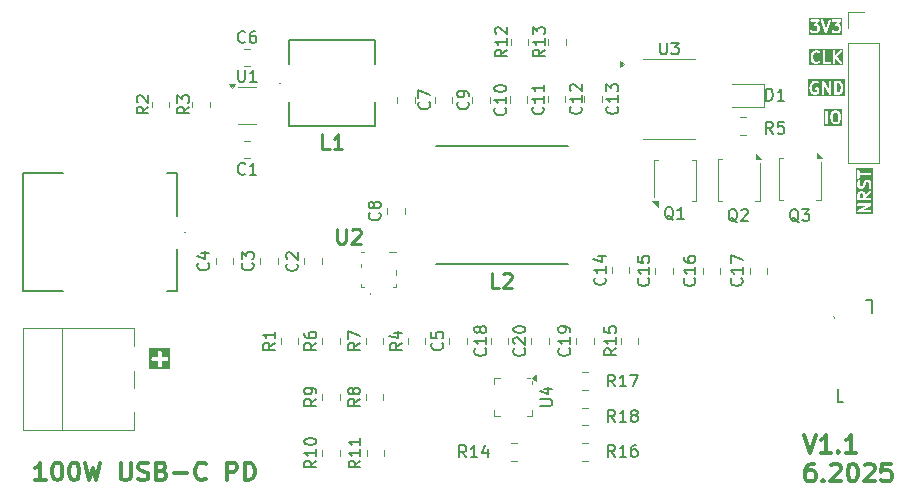
<source format=gbr>
%TF.GenerationSoftware,KiCad,Pcbnew,9.0.0*%
%TF.CreationDate,2025-07-25T14:40:04+02:00*%
%TF.ProjectId,usb_c_pd_source,7573625f-635f-4706-945f-736f75726365,rev?*%
%TF.SameCoordinates,Original*%
%TF.FileFunction,Legend,Top*%
%TF.FilePolarity,Positive*%
%FSLAX46Y46*%
G04 Gerber Fmt 4.6, Leading zero omitted, Abs format (unit mm)*
G04 Created by KiCad (PCBNEW 9.0.0) date 2025-07-25 14:40:04*
%MOMM*%
%LPD*%
G01*
G04 APERTURE LIST*
%ADD10C,0.200000*%
%ADD11C,0.300000*%
%ADD12C,0.150000*%
%ADD13C,0.254000*%
%ADD14C,0.120000*%
%ADD15C,0.100000*%
G04 APERTURE END LIST*
D10*
G36*
X136536554Y-125541084D02*
G01*
X136561223Y-125565752D01*
X136591028Y-125625362D01*
X136591028Y-125882707D01*
X136267219Y-125882707D01*
X136267219Y-125625362D01*
X136297024Y-125565752D01*
X136321692Y-125541083D01*
X136381302Y-125511279D01*
X136476945Y-125511279D01*
X136536554Y-125541084D01*
G37*
G36*
X137378330Y-127241437D02*
G01*
X135956108Y-127241437D01*
X135956108Y-127023341D01*
X136067463Y-127023341D01*
X136069140Y-127036534D01*
X136069140Y-127049835D01*
X136071579Y-127055723D01*
X136072383Y-127062048D01*
X136078983Y-127073597D01*
X136084072Y-127085883D01*
X136088579Y-127090390D01*
X136091742Y-127095925D01*
X136102256Y-127104067D01*
X136111662Y-127113473D01*
X136117552Y-127115912D01*
X136122591Y-127119815D01*
X136135419Y-127123313D01*
X136147710Y-127128405D01*
X136157687Y-127129387D01*
X136160234Y-127130082D01*
X136162201Y-127129831D01*
X136167219Y-127130326D01*
X137167219Y-127130326D01*
X137186728Y-127128405D01*
X137222776Y-127113473D01*
X137250366Y-127085883D01*
X137265298Y-127049835D01*
X137265298Y-127010817D01*
X137250366Y-126974769D01*
X137222776Y-126947179D01*
X137186728Y-126932247D01*
X137167219Y-126930326D01*
X136543775Y-126930326D01*
X137216833Y-126545722D01*
X137220943Y-126542803D01*
X137222776Y-126542045D01*
X137224642Y-126540178D01*
X137232818Y-126534375D01*
X137240962Y-126523858D01*
X137250366Y-126514455D01*
X137252804Y-126508567D01*
X137256709Y-126503526D01*
X137260208Y-126490693D01*
X137265298Y-126478407D01*
X137265298Y-126472031D01*
X137266975Y-126465882D01*
X137265298Y-126452688D01*
X137265298Y-126439389D01*
X137262858Y-126433500D01*
X137262055Y-126427176D01*
X137255454Y-126415626D01*
X137250366Y-126403341D01*
X137245858Y-126398833D01*
X137242696Y-126393299D01*
X137232179Y-126385154D01*
X137222776Y-126375751D01*
X137216888Y-126373312D01*
X137211847Y-126369408D01*
X137199014Y-126365908D01*
X137186728Y-126360819D01*
X137176750Y-126359836D01*
X137174204Y-126359142D01*
X137172236Y-126359392D01*
X137167219Y-126358898D01*
X136167219Y-126358898D01*
X136147710Y-126360819D01*
X136111662Y-126375751D01*
X136084072Y-126403341D01*
X136069140Y-126439389D01*
X136069140Y-126478407D01*
X136084072Y-126514455D01*
X136111662Y-126542045D01*
X136147710Y-126556977D01*
X136167219Y-126558898D01*
X136790663Y-126558898D01*
X136117605Y-126943502D01*
X136113494Y-126946420D01*
X136111662Y-126947179D01*
X136109795Y-126949045D01*
X136101620Y-126954849D01*
X136093477Y-126965363D01*
X136084072Y-126974769D01*
X136081632Y-126980659D01*
X136077730Y-126985698D01*
X136074231Y-126998526D01*
X136069140Y-127010817D01*
X136069140Y-127017192D01*
X136067463Y-127023341D01*
X135956108Y-127023341D01*
X135956108Y-125601755D01*
X136067219Y-125601755D01*
X136067219Y-125982707D01*
X136069140Y-126002216D01*
X136084072Y-126038264D01*
X136111662Y-126065854D01*
X136147710Y-126080786D01*
X136167219Y-126082707D01*
X137167219Y-126082707D01*
X137186728Y-126080786D01*
X137222776Y-126065854D01*
X137250366Y-126038264D01*
X137265298Y-126002216D01*
X137265298Y-125963198D01*
X137250366Y-125927150D01*
X137222776Y-125899560D01*
X137186728Y-125884628D01*
X137167219Y-125882707D01*
X136791028Y-125882707D01*
X136791028Y-125796677D01*
X137224565Y-125493202D01*
X137239446Y-125480441D01*
X137260415Y-125447536D01*
X137267196Y-125409111D01*
X137258756Y-125371017D01*
X137236381Y-125339052D01*
X137203476Y-125318083D01*
X137165052Y-125311302D01*
X137126957Y-125319742D01*
X137109873Y-125329356D01*
X136781347Y-125559323D01*
X136780471Y-125557033D01*
X136732852Y-125461796D01*
X136727566Y-125453399D01*
X136726556Y-125450959D01*
X136724302Y-125448213D01*
X136722409Y-125445205D01*
X136720411Y-125443472D01*
X136714119Y-125435806D01*
X136666501Y-125388187D01*
X136658830Y-125381892D01*
X136657101Y-125379898D01*
X136654093Y-125378004D01*
X136651347Y-125375751D01*
X136648907Y-125374740D01*
X136640511Y-125369455D01*
X136545273Y-125321836D01*
X136526965Y-125314830D01*
X136523381Y-125314575D01*
X136520061Y-125313200D01*
X136500552Y-125311279D01*
X136357695Y-125311279D01*
X136338186Y-125313200D01*
X136334865Y-125314575D01*
X136331282Y-125314830D01*
X136312973Y-125321836D01*
X136217736Y-125369455D01*
X136209339Y-125374740D01*
X136206899Y-125375751D01*
X136204153Y-125378004D01*
X136201145Y-125379898D01*
X136199412Y-125381895D01*
X136191746Y-125388188D01*
X136144127Y-125435806D01*
X136137832Y-125443476D01*
X136135838Y-125445206D01*
X136133944Y-125448213D01*
X136131691Y-125450960D01*
X136130680Y-125453399D01*
X136125395Y-125461796D01*
X136077776Y-125557034D01*
X136070770Y-125575342D01*
X136070515Y-125578925D01*
X136069140Y-125582246D01*
X136067219Y-125601755D01*
X135956108Y-125601755D01*
X135956108Y-124601755D01*
X136067219Y-124601755D01*
X136067219Y-124839850D01*
X136069140Y-124859359D01*
X136070515Y-124862679D01*
X136070770Y-124866263D01*
X136077776Y-124884571D01*
X136125395Y-124979809D01*
X136130680Y-124988205D01*
X136131691Y-124990645D01*
X136133944Y-124993391D01*
X136135838Y-124996399D01*
X136137832Y-124998128D01*
X136144127Y-125005799D01*
X136191746Y-125053417D01*
X136199412Y-125059709D01*
X136201145Y-125061707D01*
X136204153Y-125063600D01*
X136206899Y-125065854D01*
X136209339Y-125066864D01*
X136217736Y-125072150D01*
X136312973Y-125119769D01*
X136331282Y-125126775D01*
X136334865Y-125127029D01*
X136338186Y-125128405D01*
X136357695Y-125130326D01*
X136452933Y-125130326D01*
X136472442Y-125128405D01*
X136475762Y-125127029D01*
X136479346Y-125126775D01*
X136497654Y-125119769D01*
X136592892Y-125072150D01*
X136601288Y-125066864D01*
X136603728Y-125065854D01*
X136606474Y-125063600D01*
X136609482Y-125061707D01*
X136611211Y-125059712D01*
X136618882Y-125053418D01*
X136666500Y-125005799D01*
X136672792Y-124998132D01*
X136674790Y-124996400D01*
X136676683Y-124993391D01*
X136678937Y-124990646D01*
X136679947Y-124988205D01*
X136685233Y-124979809D01*
X136732852Y-124884572D01*
X136733398Y-124883143D01*
X136733828Y-124882564D01*
X136736749Y-124874387D01*
X136739858Y-124866263D01*
X136739909Y-124865542D01*
X136740423Y-124864104D01*
X136785379Y-124684278D01*
X136820833Y-124613371D01*
X136845501Y-124588702D01*
X136905111Y-124558898D01*
X136953135Y-124558898D01*
X137012746Y-124588704D01*
X137037414Y-124613371D01*
X137067219Y-124672981D01*
X137067219Y-124871242D01*
X137024732Y-124998703D01*
X137020385Y-125017819D01*
X137023151Y-125056739D01*
X137040601Y-125091638D01*
X137070077Y-125117203D01*
X137107093Y-125129541D01*
X137146013Y-125126775D01*
X137180912Y-125109325D01*
X137206477Y-125079849D01*
X137214468Y-125061949D01*
X137262087Y-124919092D01*
X137264286Y-124909419D01*
X137265298Y-124906978D01*
X137265646Y-124903440D01*
X137266434Y-124899977D01*
X137266246Y-124897342D01*
X137267219Y-124887469D01*
X137267219Y-124649374D01*
X137265298Y-124629865D01*
X137263922Y-124626544D01*
X137263668Y-124622961D01*
X137256662Y-124604652D01*
X137209043Y-124509415D01*
X137203757Y-124501018D01*
X137202747Y-124498578D01*
X137200493Y-124495832D01*
X137198600Y-124492824D01*
X137196603Y-124491092D01*
X137190310Y-124483424D01*
X137142690Y-124435806D01*
X137135020Y-124429511D01*
X137133291Y-124427517D01*
X137130286Y-124425625D01*
X137127537Y-124423369D01*
X137125093Y-124422357D01*
X137116701Y-124417074D01*
X137021463Y-124369455D01*
X137003155Y-124362449D01*
X136999571Y-124362194D01*
X136996251Y-124360819D01*
X136976742Y-124358898D01*
X136881504Y-124358898D01*
X136861995Y-124360819D01*
X136858674Y-124362194D01*
X136855091Y-124362449D01*
X136836782Y-124369455D01*
X136741545Y-124417074D01*
X136733148Y-124422359D01*
X136730708Y-124423370D01*
X136727962Y-124425623D01*
X136724954Y-124427517D01*
X136723221Y-124429514D01*
X136715555Y-124435807D01*
X136667936Y-124483425D01*
X136661641Y-124491095D01*
X136659647Y-124492825D01*
X136657753Y-124495832D01*
X136655500Y-124498579D01*
X136654489Y-124501018D01*
X136649204Y-124509415D01*
X136601585Y-124604653D01*
X136601039Y-124606079D01*
X136600609Y-124606660D01*
X136597687Y-124614836D01*
X136594579Y-124622961D01*
X136594527Y-124623683D01*
X136594014Y-124625121D01*
X136549057Y-124804945D01*
X136513604Y-124875852D01*
X136488935Y-124900520D01*
X136429326Y-124930326D01*
X136381302Y-124930326D01*
X136321692Y-124900521D01*
X136297024Y-124875852D01*
X136267219Y-124816242D01*
X136267219Y-124617982D01*
X136309706Y-124490521D01*
X136314053Y-124471406D01*
X136311287Y-124432486D01*
X136293837Y-124397587D01*
X136264361Y-124372022D01*
X136227345Y-124359683D01*
X136188425Y-124362450D01*
X136153526Y-124379899D01*
X136127961Y-124409375D01*
X136119970Y-124427276D01*
X136072351Y-124570132D01*
X136070151Y-124579803D01*
X136069140Y-124582246D01*
X136068791Y-124585784D01*
X136068004Y-124589248D01*
X136068191Y-124591881D01*
X136067219Y-124601755D01*
X135956108Y-124601755D01*
X135956108Y-123601755D01*
X136067219Y-123601755D01*
X136067219Y-124173183D01*
X136069140Y-124192692D01*
X136084072Y-124228740D01*
X136111662Y-124256330D01*
X136147710Y-124271262D01*
X136186728Y-124271262D01*
X136222776Y-124256330D01*
X136250366Y-124228740D01*
X136265298Y-124192692D01*
X136267219Y-124173183D01*
X136267219Y-123987469D01*
X137167219Y-123987469D01*
X137186728Y-123985548D01*
X137222776Y-123970616D01*
X137250366Y-123943026D01*
X137265298Y-123906978D01*
X137265298Y-123867960D01*
X137250366Y-123831912D01*
X137222776Y-123804322D01*
X137186728Y-123789390D01*
X137167219Y-123787469D01*
X136267219Y-123787469D01*
X136267219Y-123601755D01*
X136265298Y-123582246D01*
X136250366Y-123546198D01*
X136222776Y-123518608D01*
X136186728Y-123503676D01*
X136147710Y-123503676D01*
X136111662Y-123518608D01*
X136084072Y-123546198D01*
X136069140Y-123582246D01*
X136067219Y-123601755D01*
X135956108Y-123601755D01*
X135956108Y-123392565D01*
X137378330Y-123392565D01*
X137378330Y-127241437D01*
G37*
D11*
G36*
X77911153Y-140414613D02*
G01*
X76140725Y-140414613D01*
X76140725Y-139500136D01*
X76307392Y-139500136D01*
X76307392Y-139558664D01*
X76329790Y-139612736D01*
X76371174Y-139654120D01*
X76425246Y-139676518D01*
X76454510Y-139679400D01*
X76875939Y-139679400D01*
X76875939Y-140100828D01*
X76878821Y-140130092D01*
X76901219Y-140184164D01*
X76942603Y-140225548D01*
X76996675Y-140247946D01*
X77055203Y-140247946D01*
X77109275Y-140225548D01*
X77150659Y-140184164D01*
X77173057Y-140130092D01*
X77175939Y-140100828D01*
X77175939Y-139679400D01*
X77597368Y-139679400D01*
X77626632Y-139676518D01*
X77680704Y-139654120D01*
X77722088Y-139612736D01*
X77744486Y-139558664D01*
X77744486Y-139500136D01*
X77722088Y-139446064D01*
X77680704Y-139404680D01*
X77626632Y-139382282D01*
X77597368Y-139379400D01*
X77175939Y-139379400D01*
X77175939Y-138957971D01*
X77173057Y-138928707D01*
X77150659Y-138874635D01*
X77109275Y-138833251D01*
X77055203Y-138810853D01*
X76996675Y-138810853D01*
X76942603Y-138833251D01*
X76901219Y-138874635D01*
X76878821Y-138928707D01*
X76875939Y-138957971D01*
X76875939Y-139379400D01*
X76454510Y-139379400D01*
X76425246Y-139382282D01*
X76371174Y-139404680D01*
X76329790Y-139446064D01*
X76307392Y-139500136D01*
X76140725Y-139500136D01*
X76140725Y-138644186D01*
X77911153Y-138644186D01*
X77911153Y-140414613D01*
G37*
D10*
G36*
X134861588Y-114678330D02*
G01*
X132010943Y-114678330D01*
X132010943Y-113895790D01*
X132122054Y-113895790D01*
X132122054Y-114038647D01*
X132122389Y-114042049D01*
X132122172Y-114043508D01*
X132123251Y-114050805D01*
X132123975Y-114058156D01*
X132124539Y-114059519D01*
X132125040Y-114062901D01*
X132172659Y-114253376D01*
X132173172Y-114254813D01*
X132173224Y-114255536D01*
X132176332Y-114263660D01*
X132179254Y-114271837D01*
X132179684Y-114272417D01*
X132180230Y-114273844D01*
X132227849Y-114369082D01*
X132233131Y-114377474D01*
X132234144Y-114379918D01*
X132236400Y-114382667D01*
X132238292Y-114385672D01*
X132240286Y-114387401D01*
X132246581Y-114395071D01*
X132341819Y-114490311D01*
X132356972Y-114502747D01*
X132360291Y-114504122D01*
X132363007Y-114506477D01*
X132380907Y-114514468D01*
X132523764Y-114562087D01*
X132533436Y-114564286D01*
X132535878Y-114565298D01*
X132539415Y-114565646D01*
X132542879Y-114566434D01*
X132545513Y-114566246D01*
X132555387Y-114567219D01*
X132650625Y-114567219D01*
X132660498Y-114566246D01*
X132663132Y-114566434D01*
X132666595Y-114565646D01*
X132670134Y-114565298D01*
X132672576Y-114564286D01*
X132682248Y-114562087D01*
X132825104Y-114514468D01*
X132843005Y-114506477D01*
X132845720Y-114504122D01*
X132849040Y-114502747D01*
X132864193Y-114490310D01*
X132911812Y-114442690D01*
X132924249Y-114427537D01*
X132939180Y-114391488D01*
X132939179Y-114352470D01*
X132924248Y-114316422D01*
X132896657Y-114288832D01*
X132860609Y-114273901D01*
X132821591Y-114273902D01*
X132785543Y-114288833D01*
X132770389Y-114301270D01*
X132739462Y-114332197D01*
X132634398Y-114367219D01*
X132571613Y-114367219D01*
X132466548Y-114332197D01*
X132399478Y-114265127D01*
X132364024Y-114194218D01*
X132322054Y-114026337D01*
X132322054Y-113908100D01*
X132364024Y-113740218D01*
X132399477Y-113669312D01*
X132466549Y-113602240D01*
X132571613Y-113567219D01*
X132634398Y-113567219D01*
X132739463Y-113602240D01*
X132770390Y-113633167D01*
X132785543Y-113645604D01*
X132821592Y-113660535D01*
X132860610Y-113660535D01*
X132896658Y-113645604D01*
X132924248Y-113618014D01*
X132939179Y-113581966D01*
X132939179Y-113542948D01*
X132924248Y-113506899D01*
X132911811Y-113491746D01*
X132887285Y-113467219D01*
X133169673Y-113467219D01*
X133169673Y-114467219D01*
X133171594Y-114486728D01*
X133186526Y-114522776D01*
X133214116Y-114550366D01*
X133250164Y-114565298D01*
X133269673Y-114567219D01*
X133745863Y-114567219D01*
X133765372Y-114565298D01*
X133801420Y-114550366D01*
X133829010Y-114522776D01*
X133843942Y-114486728D01*
X133843942Y-114447710D01*
X133829010Y-114411662D01*
X133801420Y-114384072D01*
X133765372Y-114369140D01*
X133745863Y-114367219D01*
X133369673Y-114367219D01*
X133369673Y-113467219D01*
X133979197Y-113467219D01*
X133979197Y-114467219D01*
X133981118Y-114486728D01*
X133996050Y-114522776D01*
X134023640Y-114550366D01*
X134059688Y-114565298D01*
X134098706Y-114565298D01*
X134134754Y-114550366D01*
X134162344Y-114522776D01*
X134177276Y-114486728D01*
X134179197Y-114467219D01*
X134179197Y-114080069D01*
X134211234Y-114048031D01*
X134570625Y-114527219D01*
X134583867Y-114541674D01*
X134617442Y-114561553D01*
X134656068Y-114567071D01*
X134693865Y-114557388D01*
X134725080Y-114533977D01*
X134744959Y-114500403D01*
X134750477Y-114461777D01*
X134740794Y-114423979D01*
X134730625Y-114407219D01*
X134354091Y-113905174D01*
X134721336Y-113537930D01*
X134733772Y-113522777D01*
X134748703Y-113486728D01*
X134748703Y-113447710D01*
X134733772Y-113411662D01*
X134706182Y-113384072D01*
X134670134Y-113369141D01*
X134631116Y-113369141D01*
X134595067Y-113384072D01*
X134579914Y-113396508D01*
X134179197Y-113797225D01*
X134179197Y-113467219D01*
X134177276Y-113447710D01*
X134162344Y-113411662D01*
X134134754Y-113384072D01*
X134098706Y-113369140D01*
X134059688Y-113369140D01*
X134023640Y-113384072D01*
X133996050Y-113411662D01*
X133981118Y-113447710D01*
X133979197Y-113467219D01*
X133369673Y-113467219D01*
X133367752Y-113447710D01*
X133352820Y-113411662D01*
X133325230Y-113384072D01*
X133289182Y-113369140D01*
X133250164Y-113369140D01*
X133214116Y-113384072D01*
X133186526Y-113411662D01*
X133171594Y-113447710D01*
X133169673Y-113467219D01*
X132887285Y-113467219D01*
X132864193Y-113444127D01*
X132849039Y-113431691D01*
X132845720Y-113430316D01*
X132843005Y-113427961D01*
X132825104Y-113419970D01*
X132682248Y-113372351D01*
X132672576Y-113370151D01*
X132670134Y-113369140D01*
X132666595Y-113368791D01*
X132663132Y-113368004D01*
X132660498Y-113368191D01*
X132650625Y-113367219D01*
X132555387Y-113367219D01*
X132545513Y-113368191D01*
X132542879Y-113368004D01*
X132539415Y-113368791D01*
X132535878Y-113369140D01*
X132533436Y-113370151D01*
X132523764Y-113372351D01*
X132380907Y-113419970D01*
X132363007Y-113427961D01*
X132360291Y-113430316D01*
X132356973Y-113431691D01*
X132341819Y-113444127D01*
X132246581Y-113539365D01*
X132240286Y-113547035D01*
X132238292Y-113548765D01*
X132236398Y-113551772D01*
X132234145Y-113554519D01*
X132233134Y-113556958D01*
X132227849Y-113565355D01*
X132180230Y-113660593D01*
X132179684Y-113662019D01*
X132179254Y-113662600D01*
X132176332Y-113670776D01*
X132173224Y-113678901D01*
X132173172Y-113679623D01*
X132172659Y-113681061D01*
X132125040Y-113871536D01*
X132124539Y-113874917D01*
X132123975Y-113876281D01*
X132123251Y-113883631D01*
X132122172Y-113890929D01*
X132122389Y-113892387D01*
X132122054Y-113895790D01*
X132010943Y-113895790D01*
X132010943Y-113256108D01*
X134861588Y-113256108D01*
X134861588Y-114678330D01*
G37*
G36*
X134544224Y-116202240D02*
G01*
X134611297Y-116269313D01*
X134646749Y-116340218D01*
X134688720Y-116508099D01*
X134688720Y-116626337D01*
X134646749Y-116794218D01*
X134611296Y-116865124D01*
X134544225Y-116932197D01*
X134439160Y-116967219D01*
X134317292Y-116967219D01*
X134317292Y-116167219D01*
X134439160Y-116167219D01*
X134544224Y-116202240D01*
G37*
G36*
X134999831Y-117278330D02*
G01*
X131910943Y-117278330D01*
X131910943Y-116495790D01*
X132022054Y-116495790D01*
X132022054Y-116638647D01*
X132022389Y-116642049D01*
X132022172Y-116643508D01*
X132023251Y-116650805D01*
X132023975Y-116658156D01*
X132024539Y-116659519D01*
X132025040Y-116662901D01*
X132072659Y-116853376D01*
X132073172Y-116854813D01*
X132073224Y-116855536D01*
X132076332Y-116863660D01*
X132079254Y-116871837D01*
X132079684Y-116872417D01*
X132080230Y-116873844D01*
X132127849Y-116969082D01*
X132133131Y-116977474D01*
X132134144Y-116979918D01*
X132136400Y-116982667D01*
X132138292Y-116985672D01*
X132140286Y-116987401D01*
X132146581Y-116995071D01*
X132241819Y-117090311D01*
X132256972Y-117102747D01*
X132260291Y-117104122D01*
X132263007Y-117106477D01*
X132280907Y-117114468D01*
X132423764Y-117162087D01*
X132433436Y-117164286D01*
X132435878Y-117165298D01*
X132439415Y-117165646D01*
X132442879Y-117166434D01*
X132445513Y-117166246D01*
X132455387Y-117167219D01*
X132550625Y-117167219D01*
X132560498Y-117166246D01*
X132563132Y-117166434D01*
X132566595Y-117165646D01*
X132570134Y-117165298D01*
X132572576Y-117164286D01*
X132582248Y-117162087D01*
X132725104Y-117114468D01*
X132743005Y-117106477D01*
X132745720Y-117104122D01*
X132749040Y-117102747D01*
X132764193Y-117090310D01*
X132811812Y-117042690D01*
X132824249Y-117027537D01*
X132839180Y-116991488D01*
X132841101Y-116971980D01*
X132841101Y-116638647D01*
X132839180Y-116619138D01*
X132824248Y-116583090D01*
X132796658Y-116555500D01*
X132760610Y-116540568D01*
X132741101Y-116538647D01*
X132550625Y-116538647D01*
X132531116Y-116540568D01*
X132495068Y-116555500D01*
X132467478Y-116583090D01*
X132452546Y-116619138D01*
X132452546Y-116658156D01*
X132467478Y-116694204D01*
X132495068Y-116721794D01*
X132531116Y-116736726D01*
X132550625Y-116738647D01*
X132641101Y-116738647D01*
X132641101Y-116930559D01*
X132639462Y-116932197D01*
X132534398Y-116967219D01*
X132471613Y-116967219D01*
X132366548Y-116932197D01*
X132299478Y-116865127D01*
X132264024Y-116794218D01*
X132222054Y-116626337D01*
X132222054Y-116508100D01*
X132264024Y-116340218D01*
X132299477Y-116269312D01*
X132366549Y-116202240D01*
X132471613Y-116167219D01*
X132574637Y-116167219D01*
X132648760Y-116204281D01*
X132667069Y-116211287D01*
X132705989Y-116214053D01*
X132743005Y-116201714D01*
X132772482Y-116176149D01*
X132789931Y-116141251D01*
X132792696Y-116102331D01*
X132780993Y-116067219D01*
X133069673Y-116067219D01*
X133069673Y-117067219D01*
X133071594Y-117086728D01*
X133086526Y-117122776D01*
X133114116Y-117150366D01*
X133150164Y-117165298D01*
X133189182Y-117165298D01*
X133225230Y-117150366D01*
X133252820Y-117122776D01*
X133267752Y-117086728D01*
X133269673Y-117067219D01*
X133269673Y-116443775D01*
X133654277Y-117116833D01*
X133657195Y-117120943D01*
X133657954Y-117122776D01*
X133659820Y-117124642D01*
X133665624Y-117132818D01*
X133676140Y-117140962D01*
X133685544Y-117150366D01*
X133691431Y-117152804D01*
X133696473Y-117156709D01*
X133709305Y-117160208D01*
X133721592Y-117165298D01*
X133727968Y-117165298D01*
X133734117Y-117166975D01*
X133747310Y-117165298D01*
X133760610Y-117165298D01*
X133766498Y-117162858D01*
X133772823Y-117162055D01*
X133784372Y-117155454D01*
X133796658Y-117150366D01*
X133801165Y-117145858D01*
X133806700Y-117142696D01*
X133814844Y-117132179D01*
X133824248Y-117122776D01*
X133826686Y-117116888D01*
X133830591Y-117111847D01*
X133834090Y-117099014D01*
X133839180Y-117086728D01*
X133840162Y-117076750D01*
X133840857Y-117074204D01*
X133840606Y-117072236D01*
X133841101Y-117067219D01*
X133841101Y-116067219D01*
X134117292Y-116067219D01*
X134117292Y-117067219D01*
X134119213Y-117086728D01*
X134134145Y-117122776D01*
X134161735Y-117150366D01*
X134197783Y-117165298D01*
X134217292Y-117167219D01*
X134455387Y-117167219D01*
X134465260Y-117166246D01*
X134467894Y-117166434D01*
X134471357Y-117165646D01*
X134474896Y-117165298D01*
X134477338Y-117164286D01*
X134487010Y-117162087D01*
X134629866Y-117114468D01*
X134647767Y-117106477D01*
X134650482Y-117104122D01*
X134653802Y-117102747D01*
X134668955Y-117090310D01*
X134764193Y-116995071D01*
X134770485Y-116987404D01*
X134772482Y-116985673D01*
X134774375Y-116982665D01*
X134776630Y-116979918D01*
X134777641Y-116977476D01*
X134782925Y-116969082D01*
X134830544Y-116873845D01*
X134831090Y-116872416D01*
X134831520Y-116871837D01*
X134834441Y-116863660D01*
X134837550Y-116855536D01*
X134837601Y-116854815D01*
X134838115Y-116853377D01*
X134885734Y-116662901D01*
X134886234Y-116659519D01*
X134886799Y-116658156D01*
X134887522Y-116650805D01*
X134888602Y-116643508D01*
X134888384Y-116642049D01*
X134888720Y-116638647D01*
X134888720Y-116495790D01*
X134888384Y-116492387D01*
X134888602Y-116490929D01*
X134887522Y-116483631D01*
X134886799Y-116476281D01*
X134886234Y-116474917D01*
X134885734Y-116471536D01*
X134838115Y-116281060D01*
X134837601Y-116279621D01*
X134837550Y-116278901D01*
X134834441Y-116270776D01*
X134831520Y-116262600D01*
X134831090Y-116262020D01*
X134830544Y-116260592D01*
X134782925Y-116165355D01*
X134777638Y-116156956D01*
X134776629Y-116154519D01*
X134774377Y-116151775D01*
X134772482Y-116148764D01*
X134770484Y-116147031D01*
X134764193Y-116139365D01*
X134668955Y-116044127D01*
X134653801Y-116031691D01*
X134650482Y-116030316D01*
X134647767Y-116027961D01*
X134629866Y-116019970D01*
X134487010Y-115972351D01*
X134477338Y-115970151D01*
X134474896Y-115969140D01*
X134471357Y-115968791D01*
X134467894Y-115968004D01*
X134465260Y-115968191D01*
X134455387Y-115967219D01*
X134217292Y-115967219D01*
X134197783Y-115969140D01*
X134161735Y-115984072D01*
X134134145Y-116011662D01*
X134119213Y-116047710D01*
X134117292Y-116067219D01*
X133841101Y-116067219D01*
X133839180Y-116047710D01*
X133824248Y-116011662D01*
X133796658Y-115984072D01*
X133760610Y-115969140D01*
X133721592Y-115969140D01*
X133685544Y-115984072D01*
X133657954Y-116011662D01*
X133643022Y-116047710D01*
X133641101Y-116067219D01*
X133641101Y-116690662D01*
X133256497Y-116017605D01*
X133253578Y-116013494D01*
X133252820Y-116011662D01*
X133250953Y-116009795D01*
X133245150Y-116001620D01*
X133234635Y-115993477D01*
X133225230Y-115984072D01*
X133219339Y-115981632D01*
X133214301Y-115977730D01*
X133201472Y-115974231D01*
X133189182Y-115969140D01*
X133182807Y-115969140D01*
X133176658Y-115967463D01*
X133163465Y-115969140D01*
X133150164Y-115969140D01*
X133144275Y-115971579D01*
X133137951Y-115972383D01*
X133126401Y-115978983D01*
X133114116Y-115984072D01*
X133109608Y-115988579D01*
X133104074Y-115991742D01*
X133095931Y-116002256D01*
X133086526Y-116011662D01*
X133084086Y-116017552D01*
X133080184Y-116022591D01*
X133076685Y-116035419D01*
X133071594Y-116047710D01*
X133070611Y-116057687D01*
X133069917Y-116060234D01*
X133070167Y-116062201D01*
X133069673Y-116067219D01*
X132780993Y-116067219D01*
X132780358Y-116065315D01*
X132754793Y-116035838D01*
X132738203Y-116025395D01*
X132642965Y-115977776D01*
X132624657Y-115970770D01*
X132621073Y-115970515D01*
X132617753Y-115969140D01*
X132598244Y-115967219D01*
X132455387Y-115967219D01*
X132445513Y-115968191D01*
X132442879Y-115968004D01*
X132439415Y-115968791D01*
X132435878Y-115969140D01*
X132433436Y-115970151D01*
X132423764Y-115972351D01*
X132280907Y-116019970D01*
X132263007Y-116027961D01*
X132260291Y-116030316D01*
X132256973Y-116031691D01*
X132241819Y-116044127D01*
X132146581Y-116139365D01*
X132140286Y-116147035D01*
X132138292Y-116148765D01*
X132136398Y-116151772D01*
X132134145Y-116154519D01*
X132133134Y-116156958D01*
X132127849Y-116165355D01*
X132080230Y-116260593D01*
X132079684Y-116262019D01*
X132079254Y-116262600D01*
X132076332Y-116270776D01*
X132073224Y-116278901D01*
X132073172Y-116279623D01*
X132072659Y-116281061D01*
X132025040Y-116471536D01*
X132024539Y-116474917D01*
X132023975Y-116476281D01*
X132023251Y-116483631D01*
X132022172Y-116490929D01*
X132022389Y-116492387D01*
X132022054Y-116495790D01*
X131910943Y-116495790D01*
X131910943Y-115856108D01*
X134999831Y-115856108D01*
X134999831Y-117278330D01*
G37*
G36*
X134814117Y-112078330D02*
G01*
X131965245Y-112078330D01*
X131965245Y-110847710D01*
X132076356Y-110847710D01*
X132076356Y-110886728D01*
X132091288Y-110922776D01*
X132118878Y-110950366D01*
X132154926Y-110965298D01*
X132174435Y-110967219D01*
X132573105Y-110967219D01*
X132384891Y-111182321D01*
X132378861Y-111190754D01*
X132377002Y-111192614D01*
X132376271Y-111194377D01*
X132373490Y-111198268D01*
X132368285Y-111213656D01*
X132362070Y-111228662D01*
X132362070Y-111232035D01*
X132360990Y-111235229D01*
X132362070Y-111251431D01*
X132362070Y-111267680D01*
X132363360Y-111270795D01*
X132363585Y-111274161D01*
X132370785Y-111288721D01*
X132377002Y-111303728D01*
X132379386Y-111306112D01*
X132380882Y-111309136D01*
X132393107Y-111319833D01*
X132404592Y-111331318D01*
X132407706Y-111332608D01*
X132410246Y-111334830D01*
X132425634Y-111340034D01*
X132440640Y-111346250D01*
X132445399Y-111346718D01*
X132447207Y-111347330D01*
X132449831Y-111347155D01*
X132460149Y-111348171D01*
X132579399Y-111348171D01*
X132639008Y-111377976D01*
X132663677Y-111402644D01*
X132693482Y-111462254D01*
X132693482Y-111653135D01*
X132663677Y-111712743D01*
X132639008Y-111737413D01*
X132579399Y-111767219D01*
X132340899Y-111767219D01*
X132281289Y-111737414D01*
X132245146Y-111701270D01*
X132229993Y-111688833D01*
X132193945Y-111673902D01*
X132154927Y-111673901D01*
X132118878Y-111688832D01*
X132091288Y-111716422D01*
X132076357Y-111752470D01*
X132076356Y-111791488D01*
X132091287Y-111827537D01*
X132103724Y-111842690D01*
X132151342Y-111890310D01*
X132159010Y-111896603D01*
X132160742Y-111898600D01*
X132163750Y-111900493D01*
X132166496Y-111902747D01*
X132168936Y-111903757D01*
X132177333Y-111909043D01*
X132272570Y-111956662D01*
X132290879Y-111963668D01*
X132294462Y-111963922D01*
X132297783Y-111965298D01*
X132317292Y-111967219D01*
X132603006Y-111967219D01*
X132622515Y-111965298D01*
X132625835Y-111963922D01*
X132629419Y-111963668D01*
X132647727Y-111956662D01*
X132742965Y-111909043D01*
X132751360Y-111903758D01*
X132753802Y-111902747D01*
X132756549Y-111900491D01*
X132759555Y-111898600D01*
X132761285Y-111896605D01*
X132768955Y-111890310D01*
X132816574Y-111842690D01*
X132822866Y-111835023D01*
X132824863Y-111833292D01*
X132826756Y-111830284D01*
X132829011Y-111827537D01*
X132830022Y-111825095D01*
X132835306Y-111816701D01*
X132882925Y-111721464D01*
X132889931Y-111703155D01*
X132890185Y-111699571D01*
X132891561Y-111696251D01*
X132893482Y-111676742D01*
X132893482Y-111438647D01*
X132891561Y-111419138D01*
X132890185Y-111415817D01*
X132889931Y-111412234D01*
X132882925Y-111393925D01*
X132835306Y-111298688D01*
X132830020Y-111290291D01*
X132829010Y-111287851D01*
X132826756Y-111285105D01*
X132824863Y-111282097D01*
X132822865Y-111280364D01*
X132816573Y-111272698D01*
X132768955Y-111225079D01*
X132761284Y-111218784D01*
X132759555Y-111216790D01*
X132756547Y-111214896D01*
X132753801Y-111212643D01*
X132751361Y-111211632D01*
X132742965Y-111206347D01*
X132664117Y-111166923D01*
X132868740Y-110933069D01*
X132874769Y-110924635D01*
X132876629Y-110922776D01*
X132877359Y-110921012D01*
X132880141Y-110917122D01*
X132885345Y-110901733D01*
X132891561Y-110886728D01*
X132891561Y-110883354D01*
X132892641Y-110880161D01*
X132892612Y-110879726D01*
X132979982Y-110879726D01*
X132984329Y-110898842D01*
X133317662Y-111898841D01*
X133325653Y-111916742D01*
X133330336Y-111922141D01*
X133333531Y-111928531D01*
X133343002Y-111936746D01*
X133351218Y-111946218D01*
X133357606Y-111949412D01*
X133363007Y-111954096D01*
X133374908Y-111958063D01*
X133386117Y-111963667D01*
X133393241Y-111964173D01*
X133400023Y-111966434D01*
X133412532Y-111965544D01*
X133425037Y-111966434D01*
X133431815Y-111964174D01*
X133438943Y-111963668D01*
X133450159Y-111958059D01*
X133462053Y-111954095D01*
X133467450Y-111949414D01*
X133473842Y-111946218D01*
X133482060Y-111936742D01*
X133491529Y-111928530D01*
X133494722Y-111922143D01*
X133499407Y-111916742D01*
X133507398Y-111898842D01*
X133840731Y-110898842D01*
X133845078Y-110879727D01*
X133842803Y-110847710D01*
X133885880Y-110847710D01*
X133885880Y-110886728D01*
X133900812Y-110922776D01*
X133928402Y-110950366D01*
X133964450Y-110965298D01*
X133983959Y-110967219D01*
X134382629Y-110967219D01*
X134194415Y-111182321D01*
X134188385Y-111190754D01*
X134186526Y-111192614D01*
X134185795Y-111194377D01*
X134183014Y-111198268D01*
X134177809Y-111213656D01*
X134171594Y-111228662D01*
X134171594Y-111232035D01*
X134170514Y-111235229D01*
X134171594Y-111251431D01*
X134171594Y-111267680D01*
X134172884Y-111270795D01*
X134173109Y-111274161D01*
X134180309Y-111288721D01*
X134186526Y-111303728D01*
X134188910Y-111306112D01*
X134190406Y-111309136D01*
X134202631Y-111319833D01*
X134214116Y-111331318D01*
X134217230Y-111332608D01*
X134219770Y-111334830D01*
X134235158Y-111340034D01*
X134250164Y-111346250D01*
X134254923Y-111346718D01*
X134256731Y-111347330D01*
X134259355Y-111347155D01*
X134269673Y-111348171D01*
X134388923Y-111348171D01*
X134448532Y-111377976D01*
X134473201Y-111402644D01*
X134503006Y-111462254D01*
X134503006Y-111653135D01*
X134473201Y-111712743D01*
X134448532Y-111737413D01*
X134388923Y-111767219D01*
X134150423Y-111767219D01*
X134090813Y-111737414D01*
X134054670Y-111701270D01*
X134039517Y-111688833D01*
X134003469Y-111673902D01*
X133964451Y-111673901D01*
X133928402Y-111688832D01*
X133900812Y-111716422D01*
X133885881Y-111752470D01*
X133885880Y-111791488D01*
X133900811Y-111827537D01*
X133913248Y-111842690D01*
X133960866Y-111890310D01*
X133968534Y-111896603D01*
X133970266Y-111898600D01*
X133973274Y-111900493D01*
X133976020Y-111902747D01*
X133978460Y-111903757D01*
X133986857Y-111909043D01*
X134082094Y-111956662D01*
X134100403Y-111963668D01*
X134103986Y-111963922D01*
X134107307Y-111965298D01*
X134126816Y-111967219D01*
X134412530Y-111967219D01*
X134432039Y-111965298D01*
X134435359Y-111963922D01*
X134438943Y-111963668D01*
X134457251Y-111956662D01*
X134552489Y-111909043D01*
X134560884Y-111903758D01*
X134563326Y-111902747D01*
X134566073Y-111900491D01*
X134569079Y-111898600D01*
X134570809Y-111896605D01*
X134578479Y-111890310D01*
X134626098Y-111842690D01*
X134632390Y-111835023D01*
X134634387Y-111833292D01*
X134636280Y-111830284D01*
X134638535Y-111827537D01*
X134639546Y-111825095D01*
X134644830Y-111816701D01*
X134692449Y-111721464D01*
X134699455Y-111703155D01*
X134699709Y-111699571D01*
X134701085Y-111696251D01*
X134703006Y-111676742D01*
X134703006Y-111438647D01*
X134701085Y-111419138D01*
X134699709Y-111415817D01*
X134699455Y-111412234D01*
X134692449Y-111393925D01*
X134644830Y-111298688D01*
X134639544Y-111290291D01*
X134638534Y-111287851D01*
X134636280Y-111285105D01*
X134634387Y-111282097D01*
X134632389Y-111280364D01*
X134626097Y-111272698D01*
X134578479Y-111225079D01*
X134570808Y-111218784D01*
X134569079Y-111216790D01*
X134566071Y-111214896D01*
X134563325Y-111212643D01*
X134560885Y-111211632D01*
X134552489Y-111206347D01*
X134473641Y-111166923D01*
X134678264Y-110933069D01*
X134684293Y-110924635D01*
X134686153Y-110922776D01*
X134686883Y-110921012D01*
X134689665Y-110917122D01*
X134694869Y-110901733D01*
X134701085Y-110886728D01*
X134701085Y-110883354D01*
X134702165Y-110880161D01*
X134701085Y-110863958D01*
X134701085Y-110847710D01*
X134699794Y-110844594D01*
X134699570Y-110841229D01*
X134692367Y-110826663D01*
X134686153Y-110811662D01*
X134683769Y-110809278D01*
X134682274Y-110806254D01*
X134670040Y-110795549D01*
X134658563Y-110784072D01*
X134655449Y-110782782D01*
X134652910Y-110780560D01*
X134637518Y-110775354D01*
X134622515Y-110769140D01*
X134617755Y-110768671D01*
X134615948Y-110768060D01*
X134613323Y-110768234D01*
X134603006Y-110767219D01*
X133983959Y-110767219D01*
X133964450Y-110769140D01*
X133928402Y-110784072D01*
X133900812Y-110811662D01*
X133885880Y-110847710D01*
X133842803Y-110847710D01*
X133842312Y-110840807D01*
X133824862Y-110805908D01*
X133795386Y-110780343D01*
X133758370Y-110768004D01*
X133719450Y-110770771D01*
X133684551Y-110788220D01*
X133658986Y-110817696D01*
X133650995Y-110835597D01*
X133412530Y-111550991D01*
X133174065Y-110835596D01*
X133166074Y-110817696D01*
X133140509Y-110788220D01*
X133105610Y-110770770D01*
X133066690Y-110768004D01*
X133029674Y-110780342D01*
X133000198Y-110805907D01*
X132982748Y-110840806D01*
X132979982Y-110879726D01*
X132892612Y-110879726D01*
X132891561Y-110863958D01*
X132891561Y-110847710D01*
X132890270Y-110844594D01*
X132890046Y-110841229D01*
X132882843Y-110826663D01*
X132876629Y-110811662D01*
X132874245Y-110809278D01*
X132872750Y-110806254D01*
X132860516Y-110795549D01*
X132849039Y-110784072D01*
X132845925Y-110782782D01*
X132843386Y-110780560D01*
X132827994Y-110775354D01*
X132812991Y-110769140D01*
X132808231Y-110768671D01*
X132806424Y-110768060D01*
X132803799Y-110768234D01*
X132793482Y-110767219D01*
X132174435Y-110767219D01*
X132154926Y-110769140D01*
X132118878Y-110784072D01*
X132091288Y-110811662D01*
X132076356Y-110847710D01*
X131965245Y-110847710D01*
X131965245Y-110656108D01*
X134814117Y-110656108D01*
X134814117Y-112078330D01*
G37*
G36*
X134362816Y-118697023D02*
G01*
X134426995Y-118761202D01*
X134464910Y-118912861D01*
X134464910Y-119221575D01*
X134426994Y-119373235D01*
X134362818Y-119437413D01*
X134303208Y-119467219D01*
X134159946Y-119467219D01*
X134100336Y-119437414D01*
X134036159Y-119373236D01*
X133998244Y-119221575D01*
X133998244Y-118912862D01*
X134036159Y-118761202D01*
X134100338Y-118697023D01*
X134159946Y-118667219D01*
X134303208Y-118667219D01*
X134362816Y-118697023D01*
G37*
G36*
X134776021Y-119778330D02*
G01*
X133258562Y-119778330D01*
X133258562Y-118567219D01*
X133369673Y-118567219D01*
X133369673Y-119567219D01*
X133371594Y-119586728D01*
X133386526Y-119622776D01*
X133414116Y-119650366D01*
X133450164Y-119665298D01*
X133489182Y-119665298D01*
X133525230Y-119650366D01*
X133552820Y-119622776D01*
X133567752Y-119586728D01*
X133569673Y-119567219D01*
X133569673Y-118900552D01*
X133798244Y-118900552D01*
X133798244Y-119233885D01*
X133798579Y-119237287D01*
X133798362Y-119238746D01*
X133799441Y-119246043D01*
X133800165Y-119253394D01*
X133800729Y-119254757D01*
X133801230Y-119258139D01*
X133848849Y-119448614D01*
X133855444Y-119467075D01*
X133859869Y-119473047D01*
X133862715Y-119479918D01*
X133875152Y-119495071D01*
X133970390Y-119590311D01*
X133978058Y-119596604D01*
X133979789Y-119598600D01*
X133982796Y-119600493D01*
X133985543Y-119602747D01*
X133987983Y-119603757D01*
X133996380Y-119609043D01*
X134091617Y-119656662D01*
X134109926Y-119663668D01*
X134113509Y-119663922D01*
X134116830Y-119665298D01*
X134136339Y-119667219D01*
X134326815Y-119667219D01*
X134346324Y-119665298D01*
X134349644Y-119663922D01*
X134353228Y-119663668D01*
X134371536Y-119656662D01*
X134466774Y-119609043D01*
X134475169Y-119603758D01*
X134477611Y-119602747D01*
X134480358Y-119600491D01*
X134483364Y-119598600D01*
X134485094Y-119596605D01*
X134492764Y-119590310D01*
X134588002Y-119495071D01*
X134600439Y-119479918D01*
X134603284Y-119473047D01*
X134607710Y-119467075D01*
X134614305Y-119448615D01*
X134661924Y-119258139D01*
X134662424Y-119254757D01*
X134662989Y-119253394D01*
X134663712Y-119246043D01*
X134664792Y-119238746D01*
X134664574Y-119237287D01*
X134664910Y-119233885D01*
X134664910Y-118900552D01*
X134664574Y-118897149D01*
X134664792Y-118895691D01*
X134663712Y-118888393D01*
X134662989Y-118881043D01*
X134662424Y-118879679D01*
X134661924Y-118876298D01*
X134614305Y-118685822D01*
X134607710Y-118667362D01*
X134603283Y-118661387D01*
X134600438Y-118654519D01*
X134588002Y-118639365D01*
X134492764Y-118544127D01*
X134485093Y-118537832D01*
X134483364Y-118535838D01*
X134480356Y-118533944D01*
X134477610Y-118531691D01*
X134475170Y-118530680D01*
X134466774Y-118525395D01*
X134371536Y-118477776D01*
X134353228Y-118470770D01*
X134349644Y-118470515D01*
X134346324Y-118469140D01*
X134326815Y-118467219D01*
X134136339Y-118467219D01*
X134116830Y-118469140D01*
X134113509Y-118470515D01*
X134109926Y-118470770D01*
X134091617Y-118477776D01*
X133996380Y-118525395D01*
X133987981Y-118530681D01*
X133985544Y-118531691D01*
X133982800Y-118533942D01*
X133979789Y-118535838D01*
X133978056Y-118537835D01*
X133970390Y-118544127D01*
X133875152Y-118639365D01*
X133862716Y-118654519D01*
X133859870Y-118661387D01*
X133855444Y-118667362D01*
X133848849Y-118685823D01*
X133801230Y-118876298D01*
X133800729Y-118879679D01*
X133800165Y-118881043D01*
X133799441Y-118888393D01*
X133798362Y-118895691D01*
X133798579Y-118897149D01*
X133798244Y-118900552D01*
X133569673Y-118900552D01*
X133569673Y-118567219D01*
X133567752Y-118547710D01*
X133552820Y-118511662D01*
X133525230Y-118484072D01*
X133489182Y-118469140D01*
X133450164Y-118469140D01*
X133414116Y-118484072D01*
X133386526Y-118511662D01*
X133371594Y-118547710D01*
X133369673Y-118567219D01*
X133258562Y-118567219D01*
X133258562Y-118356108D01*
X134776021Y-118356108D01*
X134776021Y-119778330D01*
G37*
D11*
X67340225Y-149800828D02*
X66483082Y-149800828D01*
X66911653Y-149800828D02*
X66911653Y-148300828D01*
X66911653Y-148300828D02*
X66768796Y-148515114D01*
X66768796Y-148515114D02*
X66625939Y-148657971D01*
X66625939Y-148657971D02*
X66483082Y-148729400D01*
X68268796Y-148300828D02*
X68411653Y-148300828D01*
X68411653Y-148300828D02*
X68554510Y-148372257D01*
X68554510Y-148372257D02*
X68625939Y-148443685D01*
X68625939Y-148443685D02*
X68697367Y-148586542D01*
X68697367Y-148586542D02*
X68768796Y-148872257D01*
X68768796Y-148872257D02*
X68768796Y-149229400D01*
X68768796Y-149229400D02*
X68697367Y-149515114D01*
X68697367Y-149515114D02*
X68625939Y-149657971D01*
X68625939Y-149657971D02*
X68554510Y-149729400D01*
X68554510Y-149729400D02*
X68411653Y-149800828D01*
X68411653Y-149800828D02*
X68268796Y-149800828D01*
X68268796Y-149800828D02*
X68125939Y-149729400D01*
X68125939Y-149729400D02*
X68054510Y-149657971D01*
X68054510Y-149657971D02*
X67983081Y-149515114D01*
X67983081Y-149515114D02*
X67911653Y-149229400D01*
X67911653Y-149229400D02*
X67911653Y-148872257D01*
X67911653Y-148872257D02*
X67983081Y-148586542D01*
X67983081Y-148586542D02*
X68054510Y-148443685D01*
X68054510Y-148443685D02*
X68125939Y-148372257D01*
X68125939Y-148372257D02*
X68268796Y-148300828D01*
X69697367Y-148300828D02*
X69840224Y-148300828D01*
X69840224Y-148300828D02*
X69983081Y-148372257D01*
X69983081Y-148372257D02*
X70054510Y-148443685D01*
X70054510Y-148443685D02*
X70125938Y-148586542D01*
X70125938Y-148586542D02*
X70197367Y-148872257D01*
X70197367Y-148872257D02*
X70197367Y-149229400D01*
X70197367Y-149229400D02*
X70125938Y-149515114D01*
X70125938Y-149515114D02*
X70054510Y-149657971D01*
X70054510Y-149657971D02*
X69983081Y-149729400D01*
X69983081Y-149729400D02*
X69840224Y-149800828D01*
X69840224Y-149800828D02*
X69697367Y-149800828D01*
X69697367Y-149800828D02*
X69554510Y-149729400D01*
X69554510Y-149729400D02*
X69483081Y-149657971D01*
X69483081Y-149657971D02*
X69411652Y-149515114D01*
X69411652Y-149515114D02*
X69340224Y-149229400D01*
X69340224Y-149229400D02*
X69340224Y-148872257D01*
X69340224Y-148872257D02*
X69411652Y-148586542D01*
X69411652Y-148586542D02*
X69483081Y-148443685D01*
X69483081Y-148443685D02*
X69554510Y-148372257D01*
X69554510Y-148372257D02*
X69697367Y-148300828D01*
X70697366Y-148300828D02*
X71054509Y-149800828D01*
X71054509Y-149800828D02*
X71340223Y-148729400D01*
X71340223Y-148729400D02*
X71625938Y-149800828D01*
X71625938Y-149800828D02*
X71983081Y-148300828D01*
X73697366Y-148300828D02*
X73697366Y-149515114D01*
X73697366Y-149515114D02*
X73768795Y-149657971D01*
X73768795Y-149657971D02*
X73840224Y-149729400D01*
X73840224Y-149729400D02*
X73983081Y-149800828D01*
X73983081Y-149800828D02*
X74268795Y-149800828D01*
X74268795Y-149800828D02*
X74411652Y-149729400D01*
X74411652Y-149729400D02*
X74483081Y-149657971D01*
X74483081Y-149657971D02*
X74554509Y-149515114D01*
X74554509Y-149515114D02*
X74554509Y-148300828D01*
X75197367Y-149729400D02*
X75411653Y-149800828D01*
X75411653Y-149800828D02*
X75768795Y-149800828D01*
X75768795Y-149800828D02*
X75911653Y-149729400D01*
X75911653Y-149729400D02*
X75983081Y-149657971D01*
X75983081Y-149657971D02*
X76054510Y-149515114D01*
X76054510Y-149515114D02*
X76054510Y-149372257D01*
X76054510Y-149372257D02*
X75983081Y-149229400D01*
X75983081Y-149229400D02*
X75911653Y-149157971D01*
X75911653Y-149157971D02*
X75768795Y-149086542D01*
X75768795Y-149086542D02*
X75483081Y-149015114D01*
X75483081Y-149015114D02*
X75340224Y-148943685D01*
X75340224Y-148943685D02*
X75268795Y-148872257D01*
X75268795Y-148872257D02*
X75197367Y-148729400D01*
X75197367Y-148729400D02*
X75197367Y-148586542D01*
X75197367Y-148586542D02*
X75268795Y-148443685D01*
X75268795Y-148443685D02*
X75340224Y-148372257D01*
X75340224Y-148372257D02*
X75483081Y-148300828D01*
X75483081Y-148300828D02*
X75840224Y-148300828D01*
X75840224Y-148300828D02*
X76054510Y-148372257D01*
X77197366Y-149015114D02*
X77411652Y-149086542D01*
X77411652Y-149086542D02*
X77483081Y-149157971D01*
X77483081Y-149157971D02*
X77554509Y-149300828D01*
X77554509Y-149300828D02*
X77554509Y-149515114D01*
X77554509Y-149515114D02*
X77483081Y-149657971D01*
X77483081Y-149657971D02*
X77411652Y-149729400D01*
X77411652Y-149729400D02*
X77268795Y-149800828D01*
X77268795Y-149800828D02*
X76697366Y-149800828D01*
X76697366Y-149800828D02*
X76697366Y-148300828D01*
X76697366Y-148300828D02*
X77197366Y-148300828D01*
X77197366Y-148300828D02*
X77340224Y-148372257D01*
X77340224Y-148372257D02*
X77411652Y-148443685D01*
X77411652Y-148443685D02*
X77483081Y-148586542D01*
X77483081Y-148586542D02*
X77483081Y-148729400D01*
X77483081Y-148729400D02*
X77411652Y-148872257D01*
X77411652Y-148872257D02*
X77340224Y-148943685D01*
X77340224Y-148943685D02*
X77197366Y-149015114D01*
X77197366Y-149015114D02*
X76697366Y-149015114D01*
X78197366Y-149229400D02*
X79340224Y-149229400D01*
X80911652Y-149657971D02*
X80840224Y-149729400D01*
X80840224Y-149729400D02*
X80625938Y-149800828D01*
X80625938Y-149800828D02*
X80483081Y-149800828D01*
X80483081Y-149800828D02*
X80268795Y-149729400D01*
X80268795Y-149729400D02*
X80125938Y-149586542D01*
X80125938Y-149586542D02*
X80054509Y-149443685D01*
X80054509Y-149443685D02*
X79983081Y-149157971D01*
X79983081Y-149157971D02*
X79983081Y-148943685D01*
X79983081Y-148943685D02*
X80054509Y-148657971D01*
X80054509Y-148657971D02*
X80125938Y-148515114D01*
X80125938Y-148515114D02*
X80268795Y-148372257D01*
X80268795Y-148372257D02*
X80483081Y-148300828D01*
X80483081Y-148300828D02*
X80625938Y-148300828D01*
X80625938Y-148300828D02*
X80840224Y-148372257D01*
X80840224Y-148372257D02*
X80911652Y-148443685D01*
X82697366Y-149800828D02*
X82697366Y-148300828D01*
X82697366Y-148300828D02*
X83268795Y-148300828D01*
X83268795Y-148300828D02*
X83411652Y-148372257D01*
X83411652Y-148372257D02*
X83483081Y-148443685D01*
X83483081Y-148443685D02*
X83554509Y-148586542D01*
X83554509Y-148586542D02*
X83554509Y-148800828D01*
X83554509Y-148800828D02*
X83483081Y-148943685D01*
X83483081Y-148943685D02*
X83411652Y-149015114D01*
X83411652Y-149015114D02*
X83268795Y-149086542D01*
X83268795Y-149086542D02*
X82697366Y-149086542D01*
X84197366Y-149800828D02*
X84197366Y-148300828D01*
X84197366Y-148300828D02*
X84554509Y-148300828D01*
X84554509Y-148300828D02*
X84768795Y-148372257D01*
X84768795Y-148372257D02*
X84911652Y-148515114D01*
X84911652Y-148515114D02*
X84983081Y-148657971D01*
X84983081Y-148657971D02*
X85054509Y-148943685D01*
X85054509Y-148943685D02*
X85054509Y-149157971D01*
X85054509Y-149157971D02*
X84983081Y-149443685D01*
X84983081Y-149443685D02*
X84911652Y-149586542D01*
X84911652Y-149586542D02*
X84768795Y-149729400D01*
X84768795Y-149729400D02*
X84554509Y-149800828D01*
X84554509Y-149800828D02*
X84197366Y-149800828D01*
X131540225Y-145985912D02*
X132040225Y-147485912D01*
X132040225Y-147485912D02*
X132540225Y-145985912D01*
X133825939Y-147485912D02*
X132968796Y-147485912D01*
X133397367Y-147485912D02*
X133397367Y-145985912D01*
X133397367Y-145985912D02*
X133254510Y-146200198D01*
X133254510Y-146200198D02*
X133111653Y-146343055D01*
X133111653Y-146343055D02*
X132968796Y-146414484D01*
X134468795Y-147343055D02*
X134540224Y-147414484D01*
X134540224Y-147414484D02*
X134468795Y-147485912D01*
X134468795Y-147485912D02*
X134397367Y-147414484D01*
X134397367Y-147414484D02*
X134468795Y-147343055D01*
X134468795Y-147343055D02*
X134468795Y-147485912D01*
X135968796Y-147485912D02*
X135111653Y-147485912D01*
X135540224Y-147485912D02*
X135540224Y-145985912D01*
X135540224Y-145985912D02*
X135397367Y-146200198D01*
X135397367Y-146200198D02*
X135254510Y-146343055D01*
X135254510Y-146343055D02*
X135111653Y-146414484D01*
X132397368Y-148400828D02*
X132111653Y-148400828D01*
X132111653Y-148400828D02*
X131968796Y-148472257D01*
X131968796Y-148472257D02*
X131897368Y-148543685D01*
X131897368Y-148543685D02*
X131754510Y-148757971D01*
X131754510Y-148757971D02*
X131683082Y-149043685D01*
X131683082Y-149043685D02*
X131683082Y-149615114D01*
X131683082Y-149615114D02*
X131754510Y-149757971D01*
X131754510Y-149757971D02*
X131825939Y-149829400D01*
X131825939Y-149829400D02*
X131968796Y-149900828D01*
X131968796Y-149900828D02*
X132254510Y-149900828D01*
X132254510Y-149900828D02*
X132397368Y-149829400D01*
X132397368Y-149829400D02*
X132468796Y-149757971D01*
X132468796Y-149757971D02*
X132540225Y-149615114D01*
X132540225Y-149615114D02*
X132540225Y-149257971D01*
X132540225Y-149257971D02*
X132468796Y-149115114D01*
X132468796Y-149115114D02*
X132397368Y-149043685D01*
X132397368Y-149043685D02*
X132254510Y-148972257D01*
X132254510Y-148972257D02*
X131968796Y-148972257D01*
X131968796Y-148972257D02*
X131825939Y-149043685D01*
X131825939Y-149043685D02*
X131754510Y-149115114D01*
X131754510Y-149115114D02*
X131683082Y-149257971D01*
X133183081Y-149757971D02*
X133254510Y-149829400D01*
X133254510Y-149829400D02*
X133183081Y-149900828D01*
X133183081Y-149900828D02*
X133111653Y-149829400D01*
X133111653Y-149829400D02*
X133183081Y-149757971D01*
X133183081Y-149757971D02*
X133183081Y-149900828D01*
X133825939Y-148543685D02*
X133897367Y-148472257D01*
X133897367Y-148472257D02*
X134040225Y-148400828D01*
X134040225Y-148400828D02*
X134397367Y-148400828D01*
X134397367Y-148400828D02*
X134540225Y-148472257D01*
X134540225Y-148472257D02*
X134611653Y-148543685D01*
X134611653Y-148543685D02*
X134683082Y-148686542D01*
X134683082Y-148686542D02*
X134683082Y-148829400D01*
X134683082Y-148829400D02*
X134611653Y-149043685D01*
X134611653Y-149043685D02*
X133754510Y-149900828D01*
X133754510Y-149900828D02*
X134683082Y-149900828D01*
X135611653Y-148400828D02*
X135754510Y-148400828D01*
X135754510Y-148400828D02*
X135897367Y-148472257D01*
X135897367Y-148472257D02*
X135968796Y-148543685D01*
X135968796Y-148543685D02*
X136040224Y-148686542D01*
X136040224Y-148686542D02*
X136111653Y-148972257D01*
X136111653Y-148972257D02*
X136111653Y-149329400D01*
X136111653Y-149329400D02*
X136040224Y-149615114D01*
X136040224Y-149615114D02*
X135968796Y-149757971D01*
X135968796Y-149757971D02*
X135897367Y-149829400D01*
X135897367Y-149829400D02*
X135754510Y-149900828D01*
X135754510Y-149900828D02*
X135611653Y-149900828D01*
X135611653Y-149900828D02*
X135468796Y-149829400D01*
X135468796Y-149829400D02*
X135397367Y-149757971D01*
X135397367Y-149757971D02*
X135325938Y-149615114D01*
X135325938Y-149615114D02*
X135254510Y-149329400D01*
X135254510Y-149329400D02*
X135254510Y-148972257D01*
X135254510Y-148972257D02*
X135325938Y-148686542D01*
X135325938Y-148686542D02*
X135397367Y-148543685D01*
X135397367Y-148543685D02*
X135468796Y-148472257D01*
X135468796Y-148472257D02*
X135611653Y-148400828D01*
X136683081Y-148543685D02*
X136754509Y-148472257D01*
X136754509Y-148472257D02*
X136897367Y-148400828D01*
X136897367Y-148400828D02*
X137254509Y-148400828D01*
X137254509Y-148400828D02*
X137397367Y-148472257D01*
X137397367Y-148472257D02*
X137468795Y-148543685D01*
X137468795Y-148543685D02*
X137540224Y-148686542D01*
X137540224Y-148686542D02*
X137540224Y-148829400D01*
X137540224Y-148829400D02*
X137468795Y-149043685D01*
X137468795Y-149043685D02*
X136611652Y-149900828D01*
X136611652Y-149900828D02*
X137540224Y-149900828D01*
X138897366Y-148400828D02*
X138183080Y-148400828D01*
X138183080Y-148400828D02*
X138111652Y-149115114D01*
X138111652Y-149115114D02*
X138183080Y-149043685D01*
X138183080Y-149043685D02*
X138325938Y-148972257D01*
X138325938Y-148972257D02*
X138683080Y-148972257D01*
X138683080Y-148972257D02*
X138825938Y-149043685D01*
X138825938Y-149043685D02*
X138897366Y-149115114D01*
X138897366Y-149115114D02*
X138968795Y-149257971D01*
X138968795Y-149257971D02*
X138968795Y-149615114D01*
X138968795Y-149615114D02*
X138897366Y-149757971D01*
X138897366Y-149757971D02*
X138825938Y-149829400D01*
X138825938Y-149829400D02*
X138683080Y-149900828D01*
X138683080Y-149900828D02*
X138325938Y-149900828D01*
X138325938Y-149900828D02*
X138183080Y-149829400D01*
X138183080Y-149829400D02*
X138111652Y-149757971D01*
D12*
X84233333Y-112679580D02*
X84185714Y-112727200D01*
X84185714Y-112727200D02*
X84042857Y-112774819D01*
X84042857Y-112774819D02*
X83947619Y-112774819D01*
X83947619Y-112774819D02*
X83804762Y-112727200D01*
X83804762Y-112727200D02*
X83709524Y-112631961D01*
X83709524Y-112631961D02*
X83661905Y-112536723D01*
X83661905Y-112536723D02*
X83614286Y-112346247D01*
X83614286Y-112346247D02*
X83614286Y-112203390D01*
X83614286Y-112203390D02*
X83661905Y-112012914D01*
X83661905Y-112012914D02*
X83709524Y-111917676D01*
X83709524Y-111917676D02*
X83804762Y-111822438D01*
X83804762Y-111822438D02*
X83947619Y-111774819D01*
X83947619Y-111774819D02*
X84042857Y-111774819D01*
X84042857Y-111774819D02*
X84185714Y-111822438D01*
X84185714Y-111822438D02*
X84233333Y-111870057D01*
X85090476Y-111774819D02*
X84900000Y-111774819D01*
X84900000Y-111774819D02*
X84804762Y-111822438D01*
X84804762Y-111822438D02*
X84757143Y-111870057D01*
X84757143Y-111870057D02*
X84661905Y-112012914D01*
X84661905Y-112012914D02*
X84614286Y-112203390D01*
X84614286Y-112203390D02*
X84614286Y-112584342D01*
X84614286Y-112584342D02*
X84661905Y-112679580D01*
X84661905Y-112679580D02*
X84709524Y-112727200D01*
X84709524Y-112727200D02*
X84804762Y-112774819D01*
X84804762Y-112774819D02*
X84995238Y-112774819D01*
X84995238Y-112774819D02*
X85090476Y-112727200D01*
X85090476Y-112727200D02*
X85138095Y-112679580D01*
X85138095Y-112679580D02*
X85185714Y-112584342D01*
X85185714Y-112584342D02*
X85185714Y-112346247D01*
X85185714Y-112346247D02*
X85138095Y-112251009D01*
X85138095Y-112251009D02*
X85090476Y-112203390D01*
X85090476Y-112203390D02*
X84995238Y-112155771D01*
X84995238Y-112155771D02*
X84804762Y-112155771D01*
X84804762Y-112155771D02*
X84709524Y-112203390D01*
X84709524Y-112203390D02*
X84661905Y-112251009D01*
X84661905Y-112251009D02*
X84614286Y-112346247D01*
X115557142Y-144854819D02*
X115223809Y-144378628D01*
X114985714Y-144854819D02*
X114985714Y-143854819D01*
X114985714Y-143854819D02*
X115366666Y-143854819D01*
X115366666Y-143854819D02*
X115461904Y-143902438D01*
X115461904Y-143902438D02*
X115509523Y-143950057D01*
X115509523Y-143950057D02*
X115557142Y-144045295D01*
X115557142Y-144045295D02*
X115557142Y-144188152D01*
X115557142Y-144188152D02*
X115509523Y-144283390D01*
X115509523Y-144283390D02*
X115461904Y-144331009D01*
X115461904Y-144331009D02*
X115366666Y-144378628D01*
X115366666Y-144378628D02*
X114985714Y-144378628D01*
X116509523Y-144854819D02*
X115938095Y-144854819D01*
X116223809Y-144854819D02*
X116223809Y-143854819D01*
X116223809Y-143854819D02*
X116128571Y-143997676D01*
X116128571Y-143997676D02*
X116033333Y-144092914D01*
X116033333Y-144092914D02*
X115938095Y-144140533D01*
X117080952Y-144283390D02*
X116985714Y-144235771D01*
X116985714Y-144235771D02*
X116938095Y-144188152D01*
X116938095Y-144188152D02*
X116890476Y-144092914D01*
X116890476Y-144092914D02*
X116890476Y-144045295D01*
X116890476Y-144045295D02*
X116938095Y-143950057D01*
X116938095Y-143950057D02*
X116985714Y-143902438D01*
X116985714Y-143902438D02*
X117080952Y-143854819D01*
X117080952Y-143854819D02*
X117271428Y-143854819D01*
X117271428Y-143854819D02*
X117366666Y-143902438D01*
X117366666Y-143902438D02*
X117414285Y-143950057D01*
X117414285Y-143950057D02*
X117461904Y-144045295D01*
X117461904Y-144045295D02*
X117461904Y-144092914D01*
X117461904Y-144092914D02*
X117414285Y-144188152D01*
X117414285Y-144188152D02*
X117366666Y-144235771D01*
X117366666Y-144235771D02*
X117271428Y-144283390D01*
X117271428Y-144283390D02*
X117080952Y-144283390D01*
X117080952Y-144283390D02*
X116985714Y-144331009D01*
X116985714Y-144331009D02*
X116938095Y-144378628D01*
X116938095Y-144378628D02*
X116890476Y-144473866D01*
X116890476Y-144473866D02*
X116890476Y-144664342D01*
X116890476Y-144664342D02*
X116938095Y-144759580D01*
X116938095Y-144759580D02*
X116985714Y-144807200D01*
X116985714Y-144807200D02*
X117080952Y-144854819D01*
X117080952Y-144854819D02*
X117271428Y-144854819D01*
X117271428Y-144854819D02*
X117366666Y-144807200D01*
X117366666Y-144807200D02*
X117414285Y-144759580D01*
X117414285Y-144759580D02*
X117461904Y-144664342D01*
X117461904Y-144664342D02*
X117461904Y-144473866D01*
X117461904Y-144473866D02*
X117414285Y-144378628D01*
X117414285Y-144378628D02*
X117366666Y-144331009D01*
X117366666Y-144331009D02*
X117271428Y-144283390D01*
X97504819Y-138166666D02*
X97028628Y-138499999D01*
X97504819Y-138738094D02*
X96504819Y-138738094D01*
X96504819Y-138738094D02*
X96504819Y-138357142D01*
X96504819Y-138357142D02*
X96552438Y-138261904D01*
X96552438Y-138261904D02*
X96600057Y-138214285D01*
X96600057Y-138214285D02*
X96695295Y-138166666D01*
X96695295Y-138166666D02*
X96838152Y-138166666D01*
X96838152Y-138166666D02*
X96933390Y-138214285D01*
X96933390Y-138214285D02*
X96981009Y-138261904D01*
X96981009Y-138261904D02*
X97028628Y-138357142D01*
X97028628Y-138357142D02*
X97028628Y-138738094D01*
X96838152Y-137309523D02*
X97504819Y-137309523D01*
X96457200Y-137547618D02*
X97171485Y-137785713D01*
X97171485Y-137785713D02*
X97171485Y-137166666D01*
X107859580Y-138642857D02*
X107907200Y-138690476D01*
X107907200Y-138690476D02*
X107954819Y-138833333D01*
X107954819Y-138833333D02*
X107954819Y-138928571D01*
X107954819Y-138928571D02*
X107907200Y-139071428D01*
X107907200Y-139071428D02*
X107811961Y-139166666D01*
X107811961Y-139166666D02*
X107716723Y-139214285D01*
X107716723Y-139214285D02*
X107526247Y-139261904D01*
X107526247Y-139261904D02*
X107383390Y-139261904D01*
X107383390Y-139261904D02*
X107192914Y-139214285D01*
X107192914Y-139214285D02*
X107097676Y-139166666D01*
X107097676Y-139166666D02*
X107002438Y-139071428D01*
X107002438Y-139071428D02*
X106954819Y-138928571D01*
X106954819Y-138928571D02*
X106954819Y-138833333D01*
X106954819Y-138833333D02*
X107002438Y-138690476D01*
X107002438Y-138690476D02*
X107050057Y-138642857D01*
X107050057Y-138261904D02*
X107002438Y-138214285D01*
X107002438Y-138214285D02*
X106954819Y-138119047D01*
X106954819Y-138119047D02*
X106954819Y-137880952D01*
X106954819Y-137880952D02*
X107002438Y-137785714D01*
X107002438Y-137785714D02*
X107050057Y-137738095D01*
X107050057Y-137738095D02*
X107145295Y-137690476D01*
X107145295Y-137690476D02*
X107240533Y-137690476D01*
X107240533Y-137690476D02*
X107383390Y-137738095D01*
X107383390Y-137738095D02*
X107954819Y-138309523D01*
X107954819Y-138309523D02*
X107954819Y-137690476D01*
X106954819Y-137071428D02*
X106954819Y-136976190D01*
X106954819Y-136976190D02*
X107002438Y-136880952D01*
X107002438Y-136880952D02*
X107050057Y-136833333D01*
X107050057Y-136833333D02*
X107145295Y-136785714D01*
X107145295Y-136785714D02*
X107335771Y-136738095D01*
X107335771Y-136738095D02*
X107573866Y-136738095D01*
X107573866Y-136738095D02*
X107764342Y-136785714D01*
X107764342Y-136785714D02*
X107859580Y-136833333D01*
X107859580Y-136833333D02*
X107907200Y-136880952D01*
X107907200Y-136880952D02*
X107954819Y-136976190D01*
X107954819Y-136976190D02*
X107954819Y-137071428D01*
X107954819Y-137071428D02*
X107907200Y-137166666D01*
X107907200Y-137166666D02*
X107859580Y-137214285D01*
X107859580Y-137214285D02*
X107764342Y-137261904D01*
X107764342Y-137261904D02*
X107573866Y-137309523D01*
X107573866Y-137309523D02*
X107335771Y-137309523D01*
X107335771Y-137309523D02*
X107145295Y-137261904D01*
X107145295Y-137261904D02*
X107050057Y-137214285D01*
X107050057Y-137214285D02*
X107002438Y-137166666D01*
X107002438Y-137166666D02*
X106954819Y-137071428D01*
X115654819Y-138642857D02*
X115178628Y-138976190D01*
X115654819Y-139214285D02*
X114654819Y-139214285D01*
X114654819Y-139214285D02*
X114654819Y-138833333D01*
X114654819Y-138833333D02*
X114702438Y-138738095D01*
X114702438Y-138738095D02*
X114750057Y-138690476D01*
X114750057Y-138690476D02*
X114845295Y-138642857D01*
X114845295Y-138642857D02*
X114988152Y-138642857D01*
X114988152Y-138642857D02*
X115083390Y-138690476D01*
X115083390Y-138690476D02*
X115131009Y-138738095D01*
X115131009Y-138738095D02*
X115178628Y-138833333D01*
X115178628Y-138833333D02*
X115178628Y-139214285D01*
X115654819Y-137690476D02*
X115654819Y-138261904D01*
X115654819Y-137976190D02*
X114654819Y-137976190D01*
X114654819Y-137976190D02*
X114797676Y-138071428D01*
X114797676Y-138071428D02*
X114892914Y-138166666D01*
X114892914Y-138166666D02*
X114940533Y-138261904D01*
X114654819Y-136785714D02*
X114654819Y-137261904D01*
X114654819Y-137261904D02*
X115131009Y-137309523D01*
X115131009Y-137309523D02*
X115083390Y-137261904D01*
X115083390Y-137261904D02*
X115035771Y-137166666D01*
X115035771Y-137166666D02*
X115035771Y-136928571D01*
X115035771Y-136928571D02*
X115083390Y-136833333D01*
X115083390Y-136833333D02*
X115131009Y-136785714D01*
X115131009Y-136785714D02*
X115226247Y-136738095D01*
X115226247Y-136738095D02*
X115464342Y-136738095D01*
X115464342Y-136738095D02*
X115559580Y-136785714D01*
X115559580Y-136785714D02*
X115607200Y-136833333D01*
X115607200Y-136833333D02*
X115654819Y-136928571D01*
X115654819Y-136928571D02*
X115654819Y-137166666D01*
X115654819Y-137166666D02*
X115607200Y-137261904D01*
X115607200Y-137261904D02*
X115559580Y-137309523D01*
X84233333Y-123839580D02*
X84185714Y-123887200D01*
X84185714Y-123887200D02*
X84042857Y-123934819D01*
X84042857Y-123934819D02*
X83947619Y-123934819D01*
X83947619Y-123934819D02*
X83804762Y-123887200D01*
X83804762Y-123887200D02*
X83709524Y-123791961D01*
X83709524Y-123791961D02*
X83661905Y-123696723D01*
X83661905Y-123696723D02*
X83614286Y-123506247D01*
X83614286Y-123506247D02*
X83614286Y-123363390D01*
X83614286Y-123363390D02*
X83661905Y-123172914D01*
X83661905Y-123172914D02*
X83709524Y-123077676D01*
X83709524Y-123077676D02*
X83804762Y-122982438D01*
X83804762Y-122982438D02*
X83947619Y-122934819D01*
X83947619Y-122934819D02*
X84042857Y-122934819D01*
X84042857Y-122934819D02*
X84185714Y-122982438D01*
X84185714Y-122982438D02*
X84233333Y-123030057D01*
X85185714Y-123934819D02*
X84614286Y-123934819D01*
X84900000Y-123934819D02*
X84900000Y-122934819D01*
X84900000Y-122934819D02*
X84804762Y-123077676D01*
X84804762Y-123077676D02*
X84709524Y-123172914D01*
X84709524Y-123172914D02*
X84614286Y-123220533D01*
D13*
X91388333Y-121774318D02*
X90783571Y-121774318D01*
X90783571Y-121774318D02*
X90783571Y-120504318D01*
X92476905Y-121774318D02*
X91751190Y-121774318D01*
X92114047Y-121774318D02*
X92114047Y-120504318D01*
X92114047Y-120504318D02*
X91993095Y-120685746D01*
X91993095Y-120685746D02*
X91872143Y-120806699D01*
X91872143Y-120806699D02*
X91751190Y-120867175D01*
D12*
X115557142Y-141854819D02*
X115223809Y-141378628D01*
X114985714Y-141854819D02*
X114985714Y-140854819D01*
X114985714Y-140854819D02*
X115366666Y-140854819D01*
X115366666Y-140854819D02*
X115461904Y-140902438D01*
X115461904Y-140902438D02*
X115509523Y-140950057D01*
X115509523Y-140950057D02*
X115557142Y-141045295D01*
X115557142Y-141045295D02*
X115557142Y-141188152D01*
X115557142Y-141188152D02*
X115509523Y-141283390D01*
X115509523Y-141283390D02*
X115461904Y-141331009D01*
X115461904Y-141331009D02*
X115366666Y-141378628D01*
X115366666Y-141378628D02*
X114985714Y-141378628D01*
X116509523Y-141854819D02*
X115938095Y-141854819D01*
X116223809Y-141854819D02*
X116223809Y-140854819D01*
X116223809Y-140854819D02*
X116128571Y-140997676D01*
X116128571Y-140997676D02*
X116033333Y-141092914D01*
X116033333Y-141092914D02*
X115938095Y-141140533D01*
X116842857Y-140854819D02*
X117509523Y-140854819D01*
X117509523Y-140854819D02*
X117080952Y-141854819D01*
X90254819Y-148142857D02*
X89778628Y-148476190D01*
X90254819Y-148714285D02*
X89254819Y-148714285D01*
X89254819Y-148714285D02*
X89254819Y-148333333D01*
X89254819Y-148333333D02*
X89302438Y-148238095D01*
X89302438Y-148238095D02*
X89350057Y-148190476D01*
X89350057Y-148190476D02*
X89445295Y-148142857D01*
X89445295Y-148142857D02*
X89588152Y-148142857D01*
X89588152Y-148142857D02*
X89683390Y-148190476D01*
X89683390Y-148190476D02*
X89731009Y-148238095D01*
X89731009Y-148238095D02*
X89778628Y-148333333D01*
X89778628Y-148333333D02*
X89778628Y-148714285D01*
X90254819Y-147190476D02*
X90254819Y-147761904D01*
X90254819Y-147476190D02*
X89254819Y-147476190D01*
X89254819Y-147476190D02*
X89397676Y-147571428D01*
X89397676Y-147571428D02*
X89492914Y-147666666D01*
X89492914Y-147666666D02*
X89540533Y-147761904D01*
X89254819Y-146571428D02*
X89254819Y-146476190D01*
X89254819Y-146476190D02*
X89302438Y-146380952D01*
X89302438Y-146380952D02*
X89350057Y-146333333D01*
X89350057Y-146333333D02*
X89445295Y-146285714D01*
X89445295Y-146285714D02*
X89635771Y-146238095D01*
X89635771Y-146238095D02*
X89873866Y-146238095D01*
X89873866Y-146238095D02*
X90064342Y-146285714D01*
X90064342Y-146285714D02*
X90159580Y-146333333D01*
X90159580Y-146333333D02*
X90207200Y-146380952D01*
X90207200Y-146380952D02*
X90254819Y-146476190D01*
X90254819Y-146476190D02*
X90254819Y-146571428D01*
X90254819Y-146571428D02*
X90207200Y-146666666D01*
X90207200Y-146666666D02*
X90159580Y-146714285D01*
X90159580Y-146714285D02*
X90064342Y-146761904D01*
X90064342Y-146761904D02*
X89873866Y-146809523D01*
X89873866Y-146809523D02*
X89635771Y-146809523D01*
X89635771Y-146809523D02*
X89445295Y-146761904D01*
X89445295Y-146761904D02*
X89350057Y-146714285D01*
X89350057Y-146714285D02*
X89302438Y-146666666D01*
X89302438Y-146666666D02*
X89254819Y-146571428D01*
X114679580Y-132642857D02*
X114727200Y-132690476D01*
X114727200Y-132690476D02*
X114774819Y-132833333D01*
X114774819Y-132833333D02*
X114774819Y-132928571D01*
X114774819Y-132928571D02*
X114727200Y-133071428D01*
X114727200Y-133071428D02*
X114631961Y-133166666D01*
X114631961Y-133166666D02*
X114536723Y-133214285D01*
X114536723Y-133214285D02*
X114346247Y-133261904D01*
X114346247Y-133261904D02*
X114203390Y-133261904D01*
X114203390Y-133261904D02*
X114012914Y-133214285D01*
X114012914Y-133214285D02*
X113917676Y-133166666D01*
X113917676Y-133166666D02*
X113822438Y-133071428D01*
X113822438Y-133071428D02*
X113774819Y-132928571D01*
X113774819Y-132928571D02*
X113774819Y-132833333D01*
X113774819Y-132833333D02*
X113822438Y-132690476D01*
X113822438Y-132690476D02*
X113870057Y-132642857D01*
X114774819Y-131690476D02*
X114774819Y-132261904D01*
X114774819Y-131976190D02*
X113774819Y-131976190D01*
X113774819Y-131976190D02*
X113917676Y-132071428D01*
X113917676Y-132071428D02*
X114012914Y-132166666D01*
X114012914Y-132166666D02*
X114060533Y-132261904D01*
X114108152Y-130833333D02*
X114774819Y-130833333D01*
X113727200Y-131071428D02*
X114441485Y-131309523D01*
X114441485Y-131309523D02*
X114441485Y-130690476D01*
X100909580Y-138166666D02*
X100957200Y-138214285D01*
X100957200Y-138214285D02*
X101004819Y-138357142D01*
X101004819Y-138357142D02*
X101004819Y-138452380D01*
X101004819Y-138452380D02*
X100957200Y-138595237D01*
X100957200Y-138595237D02*
X100861961Y-138690475D01*
X100861961Y-138690475D02*
X100766723Y-138738094D01*
X100766723Y-138738094D02*
X100576247Y-138785713D01*
X100576247Y-138785713D02*
X100433390Y-138785713D01*
X100433390Y-138785713D02*
X100242914Y-138738094D01*
X100242914Y-138738094D02*
X100147676Y-138690475D01*
X100147676Y-138690475D02*
X100052438Y-138595237D01*
X100052438Y-138595237D02*
X100004819Y-138452380D01*
X100004819Y-138452380D02*
X100004819Y-138357142D01*
X100004819Y-138357142D02*
X100052438Y-138214285D01*
X100052438Y-138214285D02*
X100100057Y-138166666D01*
X100004819Y-137261904D02*
X100004819Y-137738094D01*
X100004819Y-137738094D02*
X100481009Y-137785713D01*
X100481009Y-137785713D02*
X100433390Y-137738094D01*
X100433390Y-137738094D02*
X100385771Y-137642856D01*
X100385771Y-137642856D02*
X100385771Y-137404761D01*
X100385771Y-137404761D02*
X100433390Y-137309523D01*
X100433390Y-137309523D02*
X100481009Y-137261904D01*
X100481009Y-137261904D02*
X100576247Y-137214285D01*
X100576247Y-137214285D02*
X100814342Y-137214285D01*
X100814342Y-137214285D02*
X100909580Y-137261904D01*
X100909580Y-137261904D02*
X100957200Y-137309523D01*
X100957200Y-137309523D02*
X101004819Y-137404761D01*
X101004819Y-137404761D02*
X101004819Y-137642856D01*
X101004819Y-137642856D02*
X100957200Y-137738094D01*
X100957200Y-137738094D02*
X100909580Y-137785713D01*
X104559580Y-138642857D02*
X104607200Y-138690476D01*
X104607200Y-138690476D02*
X104654819Y-138833333D01*
X104654819Y-138833333D02*
X104654819Y-138928571D01*
X104654819Y-138928571D02*
X104607200Y-139071428D01*
X104607200Y-139071428D02*
X104511961Y-139166666D01*
X104511961Y-139166666D02*
X104416723Y-139214285D01*
X104416723Y-139214285D02*
X104226247Y-139261904D01*
X104226247Y-139261904D02*
X104083390Y-139261904D01*
X104083390Y-139261904D02*
X103892914Y-139214285D01*
X103892914Y-139214285D02*
X103797676Y-139166666D01*
X103797676Y-139166666D02*
X103702438Y-139071428D01*
X103702438Y-139071428D02*
X103654819Y-138928571D01*
X103654819Y-138928571D02*
X103654819Y-138833333D01*
X103654819Y-138833333D02*
X103702438Y-138690476D01*
X103702438Y-138690476D02*
X103750057Y-138642857D01*
X104654819Y-137690476D02*
X104654819Y-138261904D01*
X104654819Y-137976190D02*
X103654819Y-137976190D01*
X103654819Y-137976190D02*
X103797676Y-138071428D01*
X103797676Y-138071428D02*
X103892914Y-138166666D01*
X103892914Y-138166666D02*
X103940533Y-138261904D01*
X104083390Y-137119047D02*
X104035771Y-137214285D01*
X104035771Y-137214285D02*
X103988152Y-137261904D01*
X103988152Y-137261904D02*
X103892914Y-137309523D01*
X103892914Y-137309523D02*
X103845295Y-137309523D01*
X103845295Y-137309523D02*
X103750057Y-137261904D01*
X103750057Y-137261904D02*
X103702438Y-137214285D01*
X103702438Y-137214285D02*
X103654819Y-137119047D01*
X103654819Y-137119047D02*
X103654819Y-136928571D01*
X103654819Y-136928571D02*
X103702438Y-136833333D01*
X103702438Y-136833333D02*
X103750057Y-136785714D01*
X103750057Y-136785714D02*
X103845295Y-136738095D01*
X103845295Y-136738095D02*
X103892914Y-136738095D01*
X103892914Y-136738095D02*
X103988152Y-136785714D01*
X103988152Y-136785714D02*
X104035771Y-136833333D01*
X104035771Y-136833333D02*
X104083390Y-136928571D01*
X104083390Y-136928571D02*
X104083390Y-137119047D01*
X104083390Y-137119047D02*
X104131009Y-137214285D01*
X104131009Y-137214285D02*
X104178628Y-137261904D01*
X104178628Y-137261904D02*
X104273866Y-137309523D01*
X104273866Y-137309523D02*
X104464342Y-137309523D01*
X104464342Y-137309523D02*
X104559580Y-137261904D01*
X104559580Y-137261904D02*
X104607200Y-137214285D01*
X104607200Y-137214285D02*
X104654819Y-137119047D01*
X104654819Y-137119047D02*
X104654819Y-136928571D01*
X104654819Y-136928571D02*
X104607200Y-136833333D01*
X104607200Y-136833333D02*
X104559580Y-136785714D01*
X104559580Y-136785714D02*
X104464342Y-136738095D01*
X104464342Y-136738095D02*
X104273866Y-136738095D01*
X104273866Y-136738095D02*
X104178628Y-136785714D01*
X104178628Y-136785714D02*
X104131009Y-136833333D01*
X104131009Y-136833333D02*
X104083390Y-136928571D01*
X76054819Y-118166666D02*
X75578628Y-118499999D01*
X76054819Y-118738094D02*
X75054819Y-118738094D01*
X75054819Y-118738094D02*
X75054819Y-118357142D01*
X75054819Y-118357142D02*
X75102438Y-118261904D01*
X75102438Y-118261904D02*
X75150057Y-118214285D01*
X75150057Y-118214285D02*
X75245295Y-118166666D01*
X75245295Y-118166666D02*
X75388152Y-118166666D01*
X75388152Y-118166666D02*
X75483390Y-118214285D01*
X75483390Y-118214285D02*
X75531009Y-118261904D01*
X75531009Y-118261904D02*
X75578628Y-118357142D01*
X75578628Y-118357142D02*
X75578628Y-118738094D01*
X75150057Y-117785713D02*
X75102438Y-117738094D01*
X75102438Y-117738094D02*
X75054819Y-117642856D01*
X75054819Y-117642856D02*
X75054819Y-117404761D01*
X75054819Y-117404761D02*
X75102438Y-117309523D01*
X75102438Y-117309523D02*
X75150057Y-117261904D01*
X75150057Y-117261904D02*
X75245295Y-117214285D01*
X75245295Y-117214285D02*
X75340533Y-117214285D01*
X75340533Y-117214285D02*
X75483390Y-117261904D01*
X75483390Y-117261904D02*
X76054819Y-117833332D01*
X76054819Y-117833332D02*
X76054819Y-117214285D01*
X120504761Y-127750057D02*
X120409523Y-127702438D01*
X120409523Y-127702438D02*
X120314285Y-127607200D01*
X120314285Y-127607200D02*
X120171428Y-127464342D01*
X120171428Y-127464342D02*
X120076190Y-127416723D01*
X120076190Y-127416723D02*
X119980952Y-127416723D01*
X120028571Y-127654819D02*
X119933333Y-127607200D01*
X119933333Y-127607200D02*
X119838095Y-127511961D01*
X119838095Y-127511961D02*
X119790476Y-127321485D01*
X119790476Y-127321485D02*
X119790476Y-126988152D01*
X119790476Y-126988152D02*
X119838095Y-126797676D01*
X119838095Y-126797676D02*
X119933333Y-126702438D01*
X119933333Y-126702438D02*
X120028571Y-126654819D01*
X120028571Y-126654819D02*
X120219047Y-126654819D01*
X120219047Y-126654819D02*
X120314285Y-126702438D01*
X120314285Y-126702438D02*
X120409523Y-126797676D01*
X120409523Y-126797676D02*
X120457142Y-126988152D01*
X120457142Y-126988152D02*
X120457142Y-127321485D01*
X120457142Y-127321485D02*
X120409523Y-127511961D01*
X120409523Y-127511961D02*
X120314285Y-127607200D01*
X120314285Y-127607200D02*
X120219047Y-127654819D01*
X120219047Y-127654819D02*
X120028571Y-127654819D01*
X121409523Y-127654819D02*
X120838095Y-127654819D01*
X121123809Y-127654819D02*
X121123809Y-126654819D01*
X121123809Y-126654819D02*
X121028571Y-126797676D01*
X121028571Y-126797676D02*
X120933333Y-126892914D01*
X120933333Y-126892914D02*
X120838095Y-126940533D01*
X99809580Y-117766666D02*
X99857200Y-117814285D01*
X99857200Y-117814285D02*
X99904819Y-117957142D01*
X99904819Y-117957142D02*
X99904819Y-118052380D01*
X99904819Y-118052380D02*
X99857200Y-118195237D01*
X99857200Y-118195237D02*
X99761961Y-118290475D01*
X99761961Y-118290475D02*
X99666723Y-118338094D01*
X99666723Y-118338094D02*
X99476247Y-118385713D01*
X99476247Y-118385713D02*
X99333390Y-118385713D01*
X99333390Y-118385713D02*
X99142914Y-118338094D01*
X99142914Y-118338094D02*
X99047676Y-118290475D01*
X99047676Y-118290475D02*
X98952438Y-118195237D01*
X98952438Y-118195237D02*
X98904819Y-118052380D01*
X98904819Y-118052380D02*
X98904819Y-117957142D01*
X98904819Y-117957142D02*
X98952438Y-117814285D01*
X98952438Y-117814285D02*
X99000057Y-117766666D01*
X98904819Y-117433332D02*
X98904819Y-116766666D01*
X98904819Y-116766666D02*
X99904819Y-117195237D01*
X109234819Y-143511904D02*
X110044342Y-143511904D01*
X110044342Y-143511904D02*
X110139580Y-143464285D01*
X110139580Y-143464285D02*
X110187200Y-143416666D01*
X110187200Y-143416666D02*
X110234819Y-143321428D01*
X110234819Y-143321428D02*
X110234819Y-143130952D01*
X110234819Y-143130952D02*
X110187200Y-143035714D01*
X110187200Y-143035714D02*
X110139580Y-142988095D01*
X110139580Y-142988095D02*
X110044342Y-142940476D01*
X110044342Y-142940476D02*
X109234819Y-142940476D01*
X109568152Y-142035714D02*
X110234819Y-142035714D01*
X109187200Y-142273809D02*
X109901485Y-142511904D01*
X109901485Y-142511904D02*
X109901485Y-141892857D01*
X122259580Y-132705357D02*
X122307200Y-132752976D01*
X122307200Y-132752976D02*
X122354819Y-132895833D01*
X122354819Y-132895833D02*
X122354819Y-132991071D01*
X122354819Y-132991071D02*
X122307200Y-133133928D01*
X122307200Y-133133928D02*
X122211961Y-133229166D01*
X122211961Y-133229166D02*
X122116723Y-133276785D01*
X122116723Y-133276785D02*
X121926247Y-133324404D01*
X121926247Y-133324404D02*
X121783390Y-133324404D01*
X121783390Y-133324404D02*
X121592914Y-133276785D01*
X121592914Y-133276785D02*
X121497676Y-133229166D01*
X121497676Y-133229166D02*
X121402438Y-133133928D01*
X121402438Y-133133928D02*
X121354819Y-132991071D01*
X121354819Y-132991071D02*
X121354819Y-132895833D01*
X121354819Y-132895833D02*
X121402438Y-132752976D01*
X121402438Y-132752976D02*
X121450057Y-132705357D01*
X122354819Y-131752976D02*
X122354819Y-132324404D01*
X122354819Y-132038690D02*
X121354819Y-132038690D01*
X121354819Y-132038690D02*
X121497676Y-132133928D01*
X121497676Y-132133928D02*
X121592914Y-132229166D01*
X121592914Y-132229166D02*
X121640533Y-132324404D01*
X121354819Y-130895833D02*
X121354819Y-131086309D01*
X121354819Y-131086309D02*
X121402438Y-131181547D01*
X121402438Y-131181547D02*
X121450057Y-131229166D01*
X121450057Y-131229166D02*
X121592914Y-131324404D01*
X121592914Y-131324404D02*
X121783390Y-131372023D01*
X121783390Y-131372023D02*
X122164342Y-131372023D01*
X122164342Y-131372023D02*
X122259580Y-131324404D01*
X122259580Y-131324404D02*
X122307200Y-131276785D01*
X122307200Y-131276785D02*
X122354819Y-131181547D01*
X122354819Y-131181547D02*
X122354819Y-130991071D01*
X122354819Y-130991071D02*
X122307200Y-130895833D01*
X122307200Y-130895833D02*
X122259580Y-130848214D01*
X122259580Y-130848214D02*
X122164342Y-130800595D01*
X122164342Y-130800595D02*
X121926247Y-130800595D01*
X121926247Y-130800595D02*
X121831009Y-130848214D01*
X121831009Y-130848214D02*
X121783390Y-130895833D01*
X121783390Y-130895833D02*
X121735771Y-130991071D01*
X121735771Y-130991071D02*
X121735771Y-131181547D01*
X121735771Y-131181547D02*
X121783390Y-131276785D01*
X121783390Y-131276785D02*
X121831009Y-131324404D01*
X121831009Y-131324404D02*
X121926247Y-131372023D01*
X109604819Y-113342857D02*
X109128628Y-113676190D01*
X109604819Y-113914285D02*
X108604819Y-113914285D01*
X108604819Y-113914285D02*
X108604819Y-113533333D01*
X108604819Y-113533333D02*
X108652438Y-113438095D01*
X108652438Y-113438095D02*
X108700057Y-113390476D01*
X108700057Y-113390476D02*
X108795295Y-113342857D01*
X108795295Y-113342857D02*
X108938152Y-113342857D01*
X108938152Y-113342857D02*
X109033390Y-113390476D01*
X109033390Y-113390476D02*
X109081009Y-113438095D01*
X109081009Y-113438095D02*
X109128628Y-113533333D01*
X109128628Y-113533333D02*
X109128628Y-113914285D01*
X109604819Y-112390476D02*
X109604819Y-112961904D01*
X109604819Y-112676190D02*
X108604819Y-112676190D01*
X108604819Y-112676190D02*
X108747676Y-112771428D01*
X108747676Y-112771428D02*
X108842914Y-112866666D01*
X108842914Y-112866666D02*
X108890533Y-112961904D01*
X108604819Y-112057142D02*
X108604819Y-111438095D01*
X108604819Y-111438095D02*
X108985771Y-111771428D01*
X108985771Y-111771428D02*
X108985771Y-111628571D01*
X108985771Y-111628571D02*
X109033390Y-111533333D01*
X109033390Y-111533333D02*
X109081009Y-111485714D01*
X109081009Y-111485714D02*
X109176247Y-111438095D01*
X109176247Y-111438095D02*
X109414342Y-111438095D01*
X109414342Y-111438095D02*
X109509580Y-111485714D01*
X109509580Y-111485714D02*
X109557200Y-111533333D01*
X109557200Y-111533333D02*
X109604819Y-111628571D01*
X109604819Y-111628571D02*
X109604819Y-111914285D01*
X109604819Y-111914285D02*
X109557200Y-112009523D01*
X109557200Y-112009523D02*
X109509580Y-112057142D01*
X95609580Y-127166666D02*
X95657200Y-127214285D01*
X95657200Y-127214285D02*
X95704819Y-127357142D01*
X95704819Y-127357142D02*
X95704819Y-127452380D01*
X95704819Y-127452380D02*
X95657200Y-127595237D01*
X95657200Y-127595237D02*
X95561961Y-127690475D01*
X95561961Y-127690475D02*
X95466723Y-127738094D01*
X95466723Y-127738094D02*
X95276247Y-127785713D01*
X95276247Y-127785713D02*
X95133390Y-127785713D01*
X95133390Y-127785713D02*
X94942914Y-127738094D01*
X94942914Y-127738094D02*
X94847676Y-127690475D01*
X94847676Y-127690475D02*
X94752438Y-127595237D01*
X94752438Y-127595237D02*
X94704819Y-127452380D01*
X94704819Y-127452380D02*
X94704819Y-127357142D01*
X94704819Y-127357142D02*
X94752438Y-127214285D01*
X94752438Y-127214285D02*
X94800057Y-127166666D01*
X95133390Y-126595237D02*
X95085771Y-126690475D01*
X95085771Y-126690475D02*
X95038152Y-126738094D01*
X95038152Y-126738094D02*
X94942914Y-126785713D01*
X94942914Y-126785713D02*
X94895295Y-126785713D01*
X94895295Y-126785713D02*
X94800057Y-126738094D01*
X94800057Y-126738094D02*
X94752438Y-126690475D01*
X94752438Y-126690475D02*
X94704819Y-126595237D01*
X94704819Y-126595237D02*
X94704819Y-126404761D01*
X94704819Y-126404761D02*
X94752438Y-126309523D01*
X94752438Y-126309523D02*
X94800057Y-126261904D01*
X94800057Y-126261904D02*
X94895295Y-126214285D01*
X94895295Y-126214285D02*
X94942914Y-126214285D01*
X94942914Y-126214285D02*
X95038152Y-126261904D01*
X95038152Y-126261904D02*
X95085771Y-126309523D01*
X95085771Y-126309523D02*
X95133390Y-126404761D01*
X95133390Y-126404761D02*
X95133390Y-126595237D01*
X95133390Y-126595237D02*
X95181009Y-126690475D01*
X95181009Y-126690475D02*
X95228628Y-126738094D01*
X95228628Y-126738094D02*
X95323866Y-126785713D01*
X95323866Y-126785713D02*
X95514342Y-126785713D01*
X95514342Y-126785713D02*
X95609580Y-126738094D01*
X95609580Y-126738094D02*
X95657200Y-126690475D01*
X95657200Y-126690475D02*
X95704819Y-126595237D01*
X95704819Y-126595237D02*
X95704819Y-126404761D01*
X95704819Y-126404761D02*
X95657200Y-126309523D01*
X95657200Y-126309523D02*
X95609580Y-126261904D01*
X95609580Y-126261904D02*
X95514342Y-126214285D01*
X95514342Y-126214285D02*
X95323866Y-126214285D01*
X95323866Y-126214285D02*
X95228628Y-126261904D01*
X95228628Y-126261904D02*
X95181009Y-126309523D01*
X95181009Y-126309523D02*
X95133390Y-126404761D01*
X94004819Y-148142857D02*
X93528628Y-148476190D01*
X94004819Y-148714285D02*
X93004819Y-148714285D01*
X93004819Y-148714285D02*
X93004819Y-148333333D01*
X93004819Y-148333333D02*
X93052438Y-148238095D01*
X93052438Y-148238095D02*
X93100057Y-148190476D01*
X93100057Y-148190476D02*
X93195295Y-148142857D01*
X93195295Y-148142857D02*
X93338152Y-148142857D01*
X93338152Y-148142857D02*
X93433390Y-148190476D01*
X93433390Y-148190476D02*
X93481009Y-148238095D01*
X93481009Y-148238095D02*
X93528628Y-148333333D01*
X93528628Y-148333333D02*
X93528628Y-148714285D01*
X94004819Y-147190476D02*
X94004819Y-147761904D01*
X94004819Y-147476190D02*
X93004819Y-147476190D01*
X93004819Y-147476190D02*
X93147676Y-147571428D01*
X93147676Y-147571428D02*
X93242914Y-147666666D01*
X93242914Y-147666666D02*
X93290533Y-147761904D01*
X94004819Y-146238095D02*
X94004819Y-146809523D01*
X94004819Y-146523809D02*
X93004819Y-146523809D01*
X93004819Y-146523809D02*
X93147676Y-146619047D01*
X93147676Y-146619047D02*
X93242914Y-146714285D01*
X93242914Y-146714285D02*
X93290533Y-146809523D01*
X128361905Y-117654819D02*
X128361905Y-116654819D01*
X128361905Y-116654819D02*
X128600000Y-116654819D01*
X128600000Y-116654819D02*
X128742857Y-116702438D01*
X128742857Y-116702438D02*
X128838095Y-116797676D01*
X128838095Y-116797676D02*
X128885714Y-116892914D01*
X128885714Y-116892914D02*
X128933333Y-117083390D01*
X128933333Y-117083390D02*
X128933333Y-117226247D01*
X128933333Y-117226247D02*
X128885714Y-117416723D01*
X128885714Y-117416723D02*
X128838095Y-117511961D01*
X128838095Y-117511961D02*
X128742857Y-117607200D01*
X128742857Y-117607200D02*
X128600000Y-117654819D01*
X128600000Y-117654819D02*
X128361905Y-117654819D01*
X129885714Y-117654819D02*
X129314286Y-117654819D01*
X129600000Y-117654819D02*
X129600000Y-116654819D01*
X129600000Y-116654819D02*
X129504762Y-116797676D01*
X129504762Y-116797676D02*
X129409524Y-116892914D01*
X129409524Y-116892914D02*
X129314286Y-116940533D01*
X106404819Y-113342857D02*
X105928628Y-113676190D01*
X106404819Y-113914285D02*
X105404819Y-113914285D01*
X105404819Y-113914285D02*
X105404819Y-113533333D01*
X105404819Y-113533333D02*
X105452438Y-113438095D01*
X105452438Y-113438095D02*
X105500057Y-113390476D01*
X105500057Y-113390476D02*
X105595295Y-113342857D01*
X105595295Y-113342857D02*
X105738152Y-113342857D01*
X105738152Y-113342857D02*
X105833390Y-113390476D01*
X105833390Y-113390476D02*
X105881009Y-113438095D01*
X105881009Y-113438095D02*
X105928628Y-113533333D01*
X105928628Y-113533333D02*
X105928628Y-113914285D01*
X106404819Y-112390476D02*
X106404819Y-112961904D01*
X106404819Y-112676190D02*
X105404819Y-112676190D01*
X105404819Y-112676190D02*
X105547676Y-112771428D01*
X105547676Y-112771428D02*
X105642914Y-112866666D01*
X105642914Y-112866666D02*
X105690533Y-112961904D01*
X105500057Y-112009523D02*
X105452438Y-111961904D01*
X105452438Y-111961904D02*
X105404819Y-111866666D01*
X105404819Y-111866666D02*
X105404819Y-111628571D01*
X105404819Y-111628571D02*
X105452438Y-111533333D01*
X105452438Y-111533333D02*
X105500057Y-111485714D01*
X105500057Y-111485714D02*
X105595295Y-111438095D01*
X105595295Y-111438095D02*
X105690533Y-111438095D01*
X105690533Y-111438095D02*
X105833390Y-111485714D01*
X105833390Y-111485714D02*
X106404819Y-112057142D01*
X106404819Y-112057142D02*
X106404819Y-111438095D01*
X111659580Y-138642857D02*
X111707200Y-138690476D01*
X111707200Y-138690476D02*
X111754819Y-138833333D01*
X111754819Y-138833333D02*
X111754819Y-138928571D01*
X111754819Y-138928571D02*
X111707200Y-139071428D01*
X111707200Y-139071428D02*
X111611961Y-139166666D01*
X111611961Y-139166666D02*
X111516723Y-139214285D01*
X111516723Y-139214285D02*
X111326247Y-139261904D01*
X111326247Y-139261904D02*
X111183390Y-139261904D01*
X111183390Y-139261904D02*
X110992914Y-139214285D01*
X110992914Y-139214285D02*
X110897676Y-139166666D01*
X110897676Y-139166666D02*
X110802438Y-139071428D01*
X110802438Y-139071428D02*
X110754819Y-138928571D01*
X110754819Y-138928571D02*
X110754819Y-138833333D01*
X110754819Y-138833333D02*
X110802438Y-138690476D01*
X110802438Y-138690476D02*
X110850057Y-138642857D01*
X111754819Y-137690476D02*
X111754819Y-138261904D01*
X111754819Y-137976190D02*
X110754819Y-137976190D01*
X110754819Y-137976190D02*
X110897676Y-138071428D01*
X110897676Y-138071428D02*
X110992914Y-138166666D01*
X110992914Y-138166666D02*
X111040533Y-138261904D01*
X111754819Y-137214285D02*
X111754819Y-137023809D01*
X111754819Y-137023809D02*
X111707200Y-136928571D01*
X111707200Y-136928571D02*
X111659580Y-136880952D01*
X111659580Y-136880952D02*
X111516723Y-136785714D01*
X111516723Y-136785714D02*
X111326247Y-136738095D01*
X111326247Y-136738095D02*
X110945295Y-136738095D01*
X110945295Y-136738095D02*
X110850057Y-136785714D01*
X110850057Y-136785714D02*
X110802438Y-136833333D01*
X110802438Y-136833333D02*
X110754819Y-136928571D01*
X110754819Y-136928571D02*
X110754819Y-137119047D01*
X110754819Y-137119047D02*
X110802438Y-137214285D01*
X110802438Y-137214285D02*
X110850057Y-137261904D01*
X110850057Y-137261904D02*
X110945295Y-137309523D01*
X110945295Y-137309523D02*
X111183390Y-137309523D01*
X111183390Y-137309523D02*
X111278628Y-137261904D01*
X111278628Y-137261904D02*
X111326247Y-137214285D01*
X111326247Y-137214285D02*
X111373866Y-137119047D01*
X111373866Y-137119047D02*
X111373866Y-136928571D01*
X111373866Y-136928571D02*
X111326247Y-136833333D01*
X111326247Y-136833333D02*
X111278628Y-136785714D01*
X111278628Y-136785714D02*
X111183390Y-136738095D01*
X102957142Y-147854819D02*
X102623809Y-147378628D01*
X102385714Y-147854819D02*
X102385714Y-146854819D01*
X102385714Y-146854819D02*
X102766666Y-146854819D01*
X102766666Y-146854819D02*
X102861904Y-146902438D01*
X102861904Y-146902438D02*
X102909523Y-146950057D01*
X102909523Y-146950057D02*
X102957142Y-147045295D01*
X102957142Y-147045295D02*
X102957142Y-147188152D01*
X102957142Y-147188152D02*
X102909523Y-147283390D01*
X102909523Y-147283390D02*
X102861904Y-147331009D01*
X102861904Y-147331009D02*
X102766666Y-147378628D01*
X102766666Y-147378628D02*
X102385714Y-147378628D01*
X103909523Y-147854819D02*
X103338095Y-147854819D01*
X103623809Y-147854819D02*
X103623809Y-146854819D01*
X103623809Y-146854819D02*
X103528571Y-146997676D01*
X103528571Y-146997676D02*
X103433333Y-147092914D01*
X103433333Y-147092914D02*
X103338095Y-147140533D01*
X104766666Y-147188152D02*
X104766666Y-147854819D01*
X104528571Y-146807200D02*
X104290476Y-147521485D01*
X104290476Y-147521485D02*
X104909523Y-147521485D01*
X115739580Y-118167857D02*
X115787200Y-118215476D01*
X115787200Y-118215476D02*
X115834819Y-118358333D01*
X115834819Y-118358333D02*
X115834819Y-118453571D01*
X115834819Y-118453571D02*
X115787200Y-118596428D01*
X115787200Y-118596428D02*
X115691961Y-118691666D01*
X115691961Y-118691666D02*
X115596723Y-118739285D01*
X115596723Y-118739285D02*
X115406247Y-118786904D01*
X115406247Y-118786904D02*
X115263390Y-118786904D01*
X115263390Y-118786904D02*
X115072914Y-118739285D01*
X115072914Y-118739285D02*
X114977676Y-118691666D01*
X114977676Y-118691666D02*
X114882438Y-118596428D01*
X114882438Y-118596428D02*
X114834819Y-118453571D01*
X114834819Y-118453571D02*
X114834819Y-118358333D01*
X114834819Y-118358333D02*
X114882438Y-118215476D01*
X114882438Y-118215476D02*
X114930057Y-118167857D01*
X115834819Y-117215476D02*
X115834819Y-117786904D01*
X115834819Y-117501190D02*
X114834819Y-117501190D01*
X114834819Y-117501190D02*
X114977676Y-117596428D01*
X114977676Y-117596428D02*
X115072914Y-117691666D01*
X115072914Y-117691666D02*
X115120533Y-117786904D01*
X114834819Y-116882142D02*
X114834819Y-116263095D01*
X114834819Y-116263095D02*
X115215771Y-116596428D01*
X115215771Y-116596428D02*
X115215771Y-116453571D01*
X115215771Y-116453571D02*
X115263390Y-116358333D01*
X115263390Y-116358333D02*
X115311009Y-116310714D01*
X115311009Y-116310714D02*
X115406247Y-116263095D01*
X115406247Y-116263095D02*
X115644342Y-116263095D01*
X115644342Y-116263095D02*
X115739580Y-116310714D01*
X115739580Y-116310714D02*
X115787200Y-116358333D01*
X115787200Y-116358333D02*
X115834819Y-116453571D01*
X115834819Y-116453571D02*
X115834819Y-116739285D01*
X115834819Y-116739285D02*
X115787200Y-116834523D01*
X115787200Y-116834523D02*
X115739580Y-116882142D01*
X119375595Y-112754819D02*
X119375595Y-113564342D01*
X119375595Y-113564342D02*
X119423214Y-113659580D01*
X119423214Y-113659580D02*
X119470833Y-113707200D01*
X119470833Y-113707200D02*
X119566071Y-113754819D01*
X119566071Y-113754819D02*
X119756547Y-113754819D01*
X119756547Y-113754819D02*
X119851785Y-113707200D01*
X119851785Y-113707200D02*
X119899404Y-113659580D01*
X119899404Y-113659580D02*
X119947023Y-113564342D01*
X119947023Y-113564342D02*
X119947023Y-112754819D01*
X120327976Y-112754819D02*
X120947023Y-112754819D01*
X120947023Y-112754819D02*
X120613690Y-113135771D01*
X120613690Y-113135771D02*
X120756547Y-113135771D01*
X120756547Y-113135771D02*
X120851785Y-113183390D01*
X120851785Y-113183390D02*
X120899404Y-113231009D01*
X120899404Y-113231009D02*
X120947023Y-113326247D01*
X120947023Y-113326247D02*
X120947023Y-113564342D01*
X120947023Y-113564342D02*
X120899404Y-113659580D01*
X120899404Y-113659580D02*
X120851785Y-113707200D01*
X120851785Y-113707200D02*
X120756547Y-113754819D01*
X120756547Y-113754819D02*
X120470833Y-113754819D01*
X120470833Y-113754819D02*
X120375595Y-113707200D01*
X120375595Y-113707200D02*
X120327976Y-113659580D01*
X86754819Y-138166666D02*
X86278628Y-138499999D01*
X86754819Y-138738094D02*
X85754819Y-138738094D01*
X85754819Y-138738094D02*
X85754819Y-138357142D01*
X85754819Y-138357142D02*
X85802438Y-138261904D01*
X85802438Y-138261904D02*
X85850057Y-138214285D01*
X85850057Y-138214285D02*
X85945295Y-138166666D01*
X85945295Y-138166666D02*
X86088152Y-138166666D01*
X86088152Y-138166666D02*
X86183390Y-138214285D01*
X86183390Y-138214285D02*
X86231009Y-138261904D01*
X86231009Y-138261904D02*
X86278628Y-138357142D01*
X86278628Y-138357142D02*
X86278628Y-138738094D01*
X86754819Y-137214285D02*
X86754819Y-137785713D01*
X86754819Y-137499999D02*
X85754819Y-137499999D01*
X85754819Y-137499999D02*
X85897676Y-137595237D01*
X85897676Y-137595237D02*
X85992914Y-137690475D01*
X85992914Y-137690475D02*
X86040533Y-137785713D01*
X93954819Y-142916666D02*
X93478628Y-143249999D01*
X93954819Y-143488094D02*
X92954819Y-143488094D01*
X92954819Y-143488094D02*
X92954819Y-143107142D01*
X92954819Y-143107142D02*
X93002438Y-143011904D01*
X93002438Y-143011904D02*
X93050057Y-142964285D01*
X93050057Y-142964285D02*
X93145295Y-142916666D01*
X93145295Y-142916666D02*
X93288152Y-142916666D01*
X93288152Y-142916666D02*
X93383390Y-142964285D01*
X93383390Y-142964285D02*
X93431009Y-143011904D01*
X93431009Y-143011904D02*
X93478628Y-143107142D01*
X93478628Y-143107142D02*
X93478628Y-143488094D01*
X93383390Y-142345237D02*
X93335771Y-142440475D01*
X93335771Y-142440475D02*
X93288152Y-142488094D01*
X93288152Y-142488094D02*
X93192914Y-142535713D01*
X93192914Y-142535713D02*
X93145295Y-142535713D01*
X93145295Y-142535713D02*
X93050057Y-142488094D01*
X93050057Y-142488094D02*
X93002438Y-142440475D01*
X93002438Y-142440475D02*
X92954819Y-142345237D01*
X92954819Y-142345237D02*
X92954819Y-142154761D01*
X92954819Y-142154761D02*
X93002438Y-142059523D01*
X93002438Y-142059523D02*
X93050057Y-142011904D01*
X93050057Y-142011904D02*
X93145295Y-141964285D01*
X93145295Y-141964285D02*
X93192914Y-141964285D01*
X93192914Y-141964285D02*
X93288152Y-142011904D01*
X93288152Y-142011904D02*
X93335771Y-142059523D01*
X93335771Y-142059523D02*
X93383390Y-142154761D01*
X93383390Y-142154761D02*
X93383390Y-142345237D01*
X93383390Y-142345237D02*
X93431009Y-142440475D01*
X93431009Y-142440475D02*
X93478628Y-142488094D01*
X93478628Y-142488094D02*
X93573866Y-142535713D01*
X93573866Y-142535713D02*
X93764342Y-142535713D01*
X93764342Y-142535713D02*
X93859580Y-142488094D01*
X93859580Y-142488094D02*
X93907200Y-142440475D01*
X93907200Y-142440475D02*
X93954819Y-142345237D01*
X93954819Y-142345237D02*
X93954819Y-142154761D01*
X93954819Y-142154761D02*
X93907200Y-142059523D01*
X93907200Y-142059523D02*
X93859580Y-142011904D01*
X93859580Y-142011904D02*
X93764342Y-141964285D01*
X93764342Y-141964285D02*
X93573866Y-141964285D01*
X93573866Y-141964285D02*
X93478628Y-142011904D01*
X93478628Y-142011904D02*
X93431009Y-142059523D01*
X93431009Y-142059523D02*
X93383390Y-142154761D01*
X109439580Y-118205357D02*
X109487200Y-118252976D01*
X109487200Y-118252976D02*
X109534819Y-118395833D01*
X109534819Y-118395833D02*
X109534819Y-118491071D01*
X109534819Y-118491071D02*
X109487200Y-118633928D01*
X109487200Y-118633928D02*
X109391961Y-118729166D01*
X109391961Y-118729166D02*
X109296723Y-118776785D01*
X109296723Y-118776785D02*
X109106247Y-118824404D01*
X109106247Y-118824404D02*
X108963390Y-118824404D01*
X108963390Y-118824404D02*
X108772914Y-118776785D01*
X108772914Y-118776785D02*
X108677676Y-118729166D01*
X108677676Y-118729166D02*
X108582438Y-118633928D01*
X108582438Y-118633928D02*
X108534819Y-118491071D01*
X108534819Y-118491071D02*
X108534819Y-118395833D01*
X108534819Y-118395833D02*
X108582438Y-118252976D01*
X108582438Y-118252976D02*
X108630057Y-118205357D01*
X109534819Y-117252976D02*
X109534819Y-117824404D01*
X109534819Y-117538690D02*
X108534819Y-117538690D01*
X108534819Y-117538690D02*
X108677676Y-117633928D01*
X108677676Y-117633928D02*
X108772914Y-117729166D01*
X108772914Y-117729166D02*
X108820533Y-117824404D01*
X109534819Y-116300595D02*
X109534819Y-116872023D01*
X109534819Y-116586309D02*
X108534819Y-116586309D01*
X108534819Y-116586309D02*
X108677676Y-116681547D01*
X108677676Y-116681547D02*
X108772914Y-116776785D01*
X108772914Y-116776785D02*
X108820533Y-116872023D01*
X118379580Y-132705357D02*
X118427200Y-132752976D01*
X118427200Y-132752976D02*
X118474819Y-132895833D01*
X118474819Y-132895833D02*
X118474819Y-132991071D01*
X118474819Y-132991071D02*
X118427200Y-133133928D01*
X118427200Y-133133928D02*
X118331961Y-133229166D01*
X118331961Y-133229166D02*
X118236723Y-133276785D01*
X118236723Y-133276785D02*
X118046247Y-133324404D01*
X118046247Y-133324404D02*
X117903390Y-133324404D01*
X117903390Y-133324404D02*
X117712914Y-133276785D01*
X117712914Y-133276785D02*
X117617676Y-133229166D01*
X117617676Y-133229166D02*
X117522438Y-133133928D01*
X117522438Y-133133928D02*
X117474819Y-132991071D01*
X117474819Y-132991071D02*
X117474819Y-132895833D01*
X117474819Y-132895833D02*
X117522438Y-132752976D01*
X117522438Y-132752976D02*
X117570057Y-132705357D01*
X118474819Y-131752976D02*
X118474819Y-132324404D01*
X118474819Y-132038690D02*
X117474819Y-132038690D01*
X117474819Y-132038690D02*
X117617676Y-132133928D01*
X117617676Y-132133928D02*
X117712914Y-132229166D01*
X117712914Y-132229166D02*
X117760533Y-132324404D01*
X117474819Y-130848214D02*
X117474819Y-131324404D01*
X117474819Y-131324404D02*
X117951009Y-131372023D01*
X117951009Y-131372023D02*
X117903390Y-131324404D01*
X117903390Y-131324404D02*
X117855771Y-131229166D01*
X117855771Y-131229166D02*
X117855771Y-130991071D01*
X117855771Y-130991071D02*
X117903390Y-130895833D01*
X117903390Y-130895833D02*
X117951009Y-130848214D01*
X117951009Y-130848214D02*
X118046247Y-130800595D01*
X118046247Y-130800595D02*
X118284342Y-130800595D01*
X118284342Y-130800595D02*
X118379580Y-130848214D01*
X118379580Y-130848214D02*
X118427200Y-130895833D01*
X118427200Y-130895833D02*
X118474819Y-130991071D01*
X118474819Y-130991071D02*
X118474819Y-131229166D01*
X118474819Y-131229166D02*
X118427200Y-131324404D01*
X118427200Y-131324404D02*
X118379580Y-131372023D01*
X83638095Y-115054819D02*
X83638095Y-115864342D01*
X83638095Y-115864342D02*
X83685714Y-115959580D01*
X83685714Y-115959580D02*
X83733333Y-116007200D01*
X83733333Y-116007200D02*
X83828571Y-116054819D01*
X83828571Y-116054819D02*
X84019047Y-116054819D01*
X84019047Y-116054819D02*
X84114285Y-116007200D01*
X84114285Y-116007200D02*
X84161904Y-115959580D01*
X84161904Y-115959580D02*
X84209523Y-115864342D01*
X84209523Y-115864342D02*
X84209523Y-115054819D01*
X85209523Y-116054819D02*
X84638095Y-116054819D01*
X84923809Y-116054819D02*
X84923809Y-115054819D01*
X84923809Y-115054819D02*
X84828571Y-115197676D01*
X84828571Y-115197676D02*
X84733333Y-115292914D01*
X84733333Y-115292914D02*
X84638095Y-115340533D01*
X115557142Y-147814819D02*
X115223809Y-147338628D01*
X114985714Y-147814819D02*
X114985714Y-146814819D01*
X114985714Y-146814819D02*
X115366666Y-146814819D01*
X115366666Y-146814819D02*
X115461904Y-146862438D01*
X115461904Y-146862438D02*
X115509523Y-146910057D01*
X115509523Y-146910057D02*
X115557142Y-147005295D01*
X115557142Y-147005295D02*
X115557142Y-147148152D01*
X115557142Y-147148152D02*
X115509523Y-147243390D01*
X115509523Y-147243390D02*
X115461904Y-147291009D01*
X115461904Y-147291009D02*
X115366666Y-147338628D01*
X115366666Y-147338628D02*
X114985714Y-147338628D01*
X116509523Y-147814819D02*
X115938095Y-147814819D01*
X116223809Y-147814819D02*
X116223809Y-146814819D01*
X116223809Y-146814819D02*
X116128571Y-146957676D01*
X116128571Y-146957676D02*
X116033333Y-147052914D01*
X116033333Y-147052914D02*
X115938095Y-147100533D01*
X117366666Y-146814819D02*
X117176190Y-146814819D01*
X117176190Y-146814819D02*
X117080952Y-146862438D01*
X117080952Y-146862438D02*
X117033333Y-146910057D01*
X117033333Y-146910057D02*
X116938095Y-147052914D01*
X116938095Y-147052914D02*
X116890476Y-147243390D01*
X116890476Y-147243390D02*
X116890476Y-147624342D01*
X116890476Y-147624342D02*
X116938095Y-147719580D01*
X116938095Y-147719580D02*
X116985714Y-147767200D01*
X116985714Y-147767200D02*
X117080952Y-147814819D01*
X117080952Y-147814819D02*
X117271428Y-147814819D01*
X117271428Y-147814819D02*
X117366666Y-147767200D01*
X117366666Y-147767200D02*
X117414285Y-147719580D01*
X117414285Y-147719580D02*
X117461904Y-147624342D01*
X117461904Y-147624342D02*
X117461904Y-147386247D01*
X117461904Y-147386247D02*
X117414285Y-147291009D01*
X117414285Y-147291009D02*
X117366666Y-147243390D01*
X117366666Y-147243390D02*
X117271428Y-147195771D01*
X117271428Y-147195771D02*
X117080952Y-147195771D01*
X117080952Y-147195771D02*
X116985714Y-147243390D01*
X116985714Y-147243390D02*
X116938095Y-147291009D01*
X116938095Y-147291009D02*
X116890476Y-147386247D01*
X90254819Y-142916666D02*
X89778628Y-143249999D01*
X90254819Y-143488094D02*
X89254819Y-143488094D01*
X89254819Y-143488094D02*
X89254819Y-143107142D01*
X89254819Y-143107142D02*
X89302438Y-143011904D01*
X89302438Y-143011904D02*
X89350057Y-142964285D01*
X89350057Y-142964285D02*
X89445295Y-142916666D01*
X89445295Y-142916666D02*
X89588152Y-142916666D01*
X89588152Y-142916666D02*
X89683390Y-142964285D01*
X89683390Y-142964285D02*
X89731009Y-143011904D01*
X89731009Y-143011904D02*
X89778628Y-143107142D01*
X89778628Y-143107142D02*
X89778628Y-143488094D01*
X90254819Y-142440475D02*
X90254819Y-142249999D01*
X90254819Y-142249999D02*
X90207200Y-142154761D01*
X90207200Y-142154761D02*
X90159580Y-142107142D01*
X90159580Y-142107142D02*
X90016723Y-142011904D01*
X90016723Y-142011904D02*
X89826247Y-141964285D01*
X89826247Y-141964285D02*
X89445295Y-141964285D01*
X89445295Y-141964285D02*
X89350057Y-142011904D01*
X89350057Y-142011904D02*
X89302438Y-142059523D01*
X89302438Y-142059523D02*
X89254819Y-142154761D01*
X89254819Y-142154761D02*
X89254819Y-142345237D01*
X89254819Y-142345237D02*
X89302438Y-142440475D01*
X89302438Y-142440475D02*
X89350057Y-142488094D01*
X89350057Y-142488094D02*
X89445295Y-142535713D01*
X89445295Y-142535713D02*
X89683390Y-142535713D01*
X89683390Y-142535713D02*
X89778628Y-142488094D01*
X89778628Y-142488094D02*
X89826247Y-142440475D01*
X89826247Y-142440475D02*
X89873866Y-142345237D01*
X89873866Y-142345237D02*
X89873866Y-142154761D01*
X89873866Y-142154761D02*
X89826247Y-142059523D01*
X89826247Y-142059523D02*
X89778628Y-142011904D01*
X89778628Y-142011904D02*
X89683390Y-141964285D01*
X79504819Y-118166666D02*
X79028628Y-118499999D01*
X79504819Y-118738094D02*
X78504819Y-118738094D01*
X78504819Y-118738094D02*
X78504819Y-118357142D01*
X78504819Y-118357142D02*
X78552438Y-118261904D01*
X78552438Y-118261904D02*
X78600057Y-118214285D01*
X78600057Y-118214285D02*
X78695295Y-118166666D01*
X78695295Y-118166666D02*
X78838152Y-118166666D01*
X78838152Y-118166666D02*
X78933390Y-118214285D01*
X78933390Y-118214285D02*
X78981009Y-118261904D01*
X78981009Y-118261904D02*
X79028628Y-118357142D01*
X79028628Y-118357142D02*
X79028628Y-118738094D01*
X78504819Y-117833332D02*
X78504819Y-117214285D01*
X78504819Y-117214285D02*
X78885771Y-117547618D01*
X78885771Y-117547618D02*
X78885771Y-117404761D01*
X78885771Y-117404761D02*
X78933390Y-117309523D01*
X78933390Y-117309523D02*
X78981009Y-117261904D01*
X78981009Y-117261904D02*
X79076247Y-117214285D01*
X79076247Y-117214285D02*
X79314342Y-117214285D01*
X79314342Y-117214285D02*
X79409580Y-117261904D01*
X79409580Y-117261904D02*
X79457200Y-117309523D01*
X79457200Y-117309523D02*
X79504819Y-117404761D01*
X79504819Y-117404761D02*
X79504819Y-117690475D01*
X79504819Y-117690475D02*
X79457200Y-117785713D01*
X79457200Y-117785713D02*
X79409580Y-117833332D01*
X81109580Y-131416666D02*
X81157200Y-131464285D01*
X81157200Y-131464285D02*
X81204819Y-131607142D01*
X81204819Y-131607142D02*
X81204819Y-131702380D01*
X81204819Y-131702380D02*
X81157200Y-131845237D01*
X81157200Y-131845237D02*
X81061961Y-131940475D01*
X81061961Y-131940475D02*
X80966723Y-131988094D01*
X80966723Y-131988094D02*
X80776247Y-132035713D01*
X80776247Y-132035713D02*
X80633390Y-132035713D01*
X80633390Y-132035713D02*
X80442914Y-131988094D01*
X80442914Y-131988094D02*
X80347676Y-131940475D01*
X80347676Y-131940475D02*
X80252438Y-131845237D01*
X80252438Y-131845237D02*
X80204819Y-131702380D01*
X80204819Y-131702380D02*
X80204819Y-131607142D01*
X80204819Y-131607142D02*
X80252438Y-131464285D01*
X80252438Y-131464285D02*
X80300057Y-131416666D01*
X80538152Y-130559523D02*
X81204819Y-130559523D01*
X80157200Y-130797618D02*
X80871485Y-131035713D01*
X80871485Y-131035713D02*
X80871485Y-130416666D01*
D13*
X105738333Y-133524318D02*
X105133571Y-133524318D01*
X105133571Y-133524318D02*
X105133571Y-132254318D01*
X106101190Y-132375270D02*
X106161666Y-132314794D01*
X106161666Y-132314794D02*
X106282619Y-132254318D01*
X106282619Y-132254318D02*
X106585000Y-132254318D01*
X106585000Y-132254318D02*
X106705952Y-132314794D01*
X106705952Y-132314794D02*
X106766428Y-132375270D01*
X106766428Y-132375270D02*
X106826905Y-132496222D01*
X106826905Y-132496222D02*
X106826905Y-132617175D01*
X106826905Y-132617175D02*
X106766428Y-132798603D01*
X106766428Y-132798603D02*
X106040714Y-133524318D01*
X106040714Y-133524318D02*
X106826905Y-133524318D01*
D12*
X106239580Y-118267857D02*
X106287200Y-118315476D01*
X106287200Y-118315476D02*
X106334819Y-118458333D01*
X106334819Y-118458333D02*
X106334819Y-118553571D01*
X106334819Y-118553571D02*
X106287200Y-118696428D01*
X106287200Y-118696428D02*
X106191961Y-118791666D01*
X106191961Y-118791666D02*
X106096723Y-118839285D01*
X106096723Y-118839285D02*
X105906247Y-118886904D01*
X105906247Y-118886904D02*
X105763390Y-118886904D01*
X105763390Y-118886904D02*
X105572914Y-118839285D01*
X105572914Y-118839285D02*
X105477676Y-118791666D01*
X105477676Y-118791666D02*
X105382438Y-118696428D01*
X105382438Y-118696428D02*
X105334819Y-118553571D01*
X105334819Y-118553571D02*
X105334819Y-118458333D01*
X105334819Y-118458333D02*
X105382438Y-118315476D01*
X105382438Y-118315476D02*
X105430057Y-118267857D01*
X106334819Y-117315476D02*
X106334819Y-117886904D01*
X106334819Y-117601190D02*
X105334819Y-117601190D01*
X105334819Y-117601190D02*
X105477676Y-117696428D01*
X105477676Y-117696428D02*
X105572914Y-117791666D01*
X105572914Y-117791666D02*
X105620533Y-117886904D01*
X105334819Y-116696428D02*
X105334819Y-116601190D01*
X105334819Y-116601190D02*
X105382438Y-116505952D01*
X105382438Y-116505952D02*
X105430057Y-116458333D01*
X105430057Y-116458333D02*
X105525295Y-116410714D01*
X105525295Y-116410714D02*
X105715771Y-116363095D01*
X105715771Y-116363095D02*
X105953866Y-116363095D01*
X105953866Y-116363095D02*
X106144342Y-116410714D01*
X106144342Y-116410714D02*
X106239580Y-116458333D01*
X106239580Y-116458333D02*
X106287200Y-116505952D01*
X106287200Y-116505952D02*
X106334819Y-116601190D01*
X106334819Y-116601190D02*
X106334819Y-116696428D01*
X106334819Y-116696428D02*
X106287200Y-116791666D01*
X106287200Y-116791666D02*
X106239580Y-116839285D01*
X106239580Y-116839285D02*
X106144342Y-116886904D01*
X106144342Y-116886904D02*
X105953866Y-116934523D01*
X105953866Y-116934523D02*
X105715771Y-116934523D01*
X105715771Y-116934523D02*
X105525295Y-116886904D01*
X105525295Y-116886904D02*
X105430057Y-116839285D01*
X105430057Y-116839285D02*
X105382438Y-116791666D01*
X105382438Y-116791666D02*
X105334819Y-116696428D01*
X84859580Y-131416666D02*
X84907200Y-131464285D01*
X84907200Y-131464285D02*
X84954819Y-131607142D01*
X84954819Y-131607142D02*
X84954819Y-131702380D01*
X84954819Y-131702380D02*
X84907200Y-131845237D01*
X84907200Y-131845237D02*
X84811961Y-131940475D01*
X84811961Y-131940475D02*
X84716723Y-131988094D01*
X84716723Y-131988094D02*
X84526247Y-132035713D01*
X84526247Y-132035713D02*
X84383390Y-132035713D01*
X84383390Y-132035713D02*
X84192914Y-131988094D01*
X84192914Y-131988094D02*
X84097676Y-131940475D01*
X84097676Y-131940475D02*
X84002438Y-131845237D01*
X84002438Y-131845237D02*
X83954819Y-131702380D01*
X83954819Y-131702380D02*
X83954819Y-131607142D01*
X83954819Y-131607142D02*
X84002438Y-131464285D01*
X84002438Y-131464285D02*
X84050057Y-131416666D01*
X83954819Y-131083332D02*
X83954819Y-130464285D01*
X83954819Y-130464285D02*
X84335771Y-130797618D01*
X84335771Y-130797618D02*
X84335771Y-130654761D01*
X84335771Y-130654761D02*
X84383390Y-130559523D01*
X84383390Y-130559523D02*
X84431009Y-130511904D01*
X84431009Y-130511904D02*
X84526247Y-130464285D01*
X84526247Y-130464285D02*
X84764342Y-130464285D01*
X84764342Y-130464285D02*
X84859580Y-130511904D01*
X84859580Y-130511904D02*
X84907200Y-130559523D01*
X84907200Y-130559523D02*
X84954819Y-130654761D01*
X84954819Y-130654761D02*
X84954819Y-130940475D01*
X84954819Y-130940475D02*
X84907200Y-131035713D01*
X84907200Y-131035713D02*
X84859580Y-131083332D01*
X125904761Y-127950057D02*
X125809523Y-127902438D01*
X125809523Y-127902438D02*
X125714285Y-127807200D01*
X125714285Y-127807200D02*
X125571428Y-127664342D01*
X125571428Y-127664342D02*
X125476190Y-127616723D01*
X125476190Y-127616723D02*
X125380952Y-127616723D01*
X125428571Y-127854819D02*
X125333333Y-127807200D01*
X125333333Y-127807200D02*
X125238095Y-127711961D01*
X125238095Y-127711961D02*
X125190476Y-127521485D01*
X125190476Y-127521485D02*
X125190476Y-127188152D01*
X125190476Y-127188152D02*
X125238095Y-126997676D01*
X125238095Y-126997676D02*
X125333333Y-126902438D01*
X125333333Y-126902438D02*
X125428571Y-126854819D01*
X125428571Y-126854819D02*
X125619047Y-126854819D01*
X125619047Y-126854819D02*
X125714285Y-126902438D01*
X125714285Y-126902438D02*
X125809523Y-126997676D01*
X125809523Y-126997676D02*
X125857142Y-127188152D01*
X125857142Y-127188152D02*
X125857142Y-127521485D01*
X125857142Y-127521485D02*
X125809523Y-127711961D01*
X125809523Y-127711961D02*
X125714285Y-127807200D01*
X125714285Y-127807200D02*
X125619047Y-127854819D01*
X125619047Y-127854819D02*
X125428571Y-127854819D01*
X126238095Y-126950057D02*
X126285714Y-126902438D01*
X126285714Y-126902438D02*
X126380952Y-126854819D01*
X126380952Y-126854819D02*
X126619047Y-126854819D01*
X126619047Y-126854819D02*
X126714285Y-126902438D01*
X126714285Y-126902438D02*
X126761904Y-126950057D01*
X126761904Y-126950057D02*
X126809523Y-127045295D01*
X126809523Y-127045295D02*
X126809523Y-127140533D01*
X126809523Y-127140533D02*
X126761904Y-127283390D01*
X126761904Y-127283390D02*
X126190476Y-127854819D01*
X126190476Y-127854819D02*
X126809523Y-127854819D01*
X128933333Y-120454819D02*
X128600000Y-119978628D01*
X128361905Y-120454819D02*
X128361905Y-119454819D01*
X128361905Y-119454819D02*
X128742857Y-119454819D01*
X128742857Y-119454819D02*
X128838095Y-119502438D01*
X128838095Y-119502438D02*
X128885714Y-119550057D01*
X128885714Y-119550057D02*
X128933333Y-119645295D01*
X128933333Y-119645295D02*
X128933333Y-119788152D01*
X128933333Y-119788152D02*
X128885714Y-119883390D01*
X128885714Y-119883390D02*
X128838095Y-119931009D01*
X128838095Y-119931009D02*
X128742857Y-119978628D01*
X128742857Y-119978628D02*
X128361905Y-119978628D01*
X129838095Y-119454819D02*
X129361905Y-119454819D01*
X129361905Y-119454819D02*
X129314286Y-119931009D01*
X129314286Y-119931009D02*
X129361905Y-119883390D01*
X129361905Y-119883390D02*
X129457143Y-119835771D01*
X129457143Y-119835771D02*
X129695238Y-119835771D01*
X129695238Y-119835771D02*
X129790476Y-119883390D01*
X129790476Y-119883390D02*
X129838095Y-119931009D01*
X129838095Y-119931009D02*
X129885714Y-120026247D01*
X129885714Y-120026247D02*
X129885714Y-120264342D01*
X129885714Y-120264342D02*
X129838095Y-120359580D01*
X129838095Y-120359580D02*
X129790476Y-120407200D01*
X129790476Y-120407200D02*
X129695238Y-120454819D01*
X129695238Y-120454819D02*
X129457143Y-120454819D01*
X129457143Y-120454819D02*
X129361905Y-120407200D01*
X129361905Y-120407200D02*
X129314286Y-120359580D01*
X93954819Y-138166666D02*
X93478628Y-138499999D01*
X93954819Y-138738094D02*
X92954819Y-138738094D01*
X92954819Y-138738094D02*
X92954819Y-138357142D01*
X92954819Y-138357142D02*
X93002438Y-138261904D01*
X93002438Y-138261904D02*
X93050057Y-138214285D01*
X93050057Y-138214285D02*
X93145295Y-138166666D01*
X93145295Y-138166666D02*
X93288152Y-138166666D01*
X93288152Y-138166666D02*
X93383390Y-138214285D01*
X93383390Y-138214285D02*
X93431009Y-138261904D01*
X93431009Y-138261904D02*
X93478628Y-138357142D01*
X93478628Y-138357142D02*
X93478628Y-138738094D01*
X92954819Y-137833332D02*
X92954819Y-137166666D01*
X92954819Y-137166666D02*
X93954819Y-137595237D01*
X126259580Y-132705357D02*
X126307200Y-132752976D01*
X126307200Y-132752976D02*
X126354819Y-132895833D01*
X126354819Y-132895833D02*
X126354819Y-132991071D01*
X126354819Y-132991071D02*
X126307200Y-133133928D01*
X126307200Y-133133928D02*
X126211961Y-133229166D01*
X126211961Y-133229166D02*
X126116723Y-133276785D01*
X126116723Y-133276785D02*
X125926247Y-133324404D01*
X125926247Y-133324404D02*
X125783390Y-133324404D01*
X125783390Y-133324404D02*
X125592914Y-133276785D01*
X125592914Y-133276785D02*
X125497676Y-133229166D01*
X125497676Y-133229166D02*
X125402438Y-133133928D01*
X125402438Y-133133928D02*
X125354819Y-132991071D01*
X125354819Y-132991071D02*
X125354819Y-132895833D01*
X125354819Y-132895833D02*
X125402438Y-132752976D01*
X125402438Y-132752976D02*
X125450057Y-132705357D01*
X126354819Y-131752976D02*
X126354819Y-132324404D01*
X126354819Y-132038690D02*
X125354819Y-132038690D01*
X125354819Y-132038690D02*
X125497676Y-132133928D01*
X125497676Y-132133928D02*
X125592914Y-132229166D01*
X125592914Y-132229166D02*
X125640533Y-132324404D01*
X125354819Y-131419642D02*
X125354819Y-130752976D01*
X125354819Y-130752976D02*
X126354819Y-131181547D01*
X90254819Y-138166666D02*
X89778628Y-138499999D01*
X90254819Y-138738094D02*
X89254819Y-138738094D01*
X89254819Y-138738094D02*
X89254819Y-138357142D01*
X89254819Y-138357142D02*
X89302438Y-138261904D01*
X89302438Y-138261904D02*
X89350057Y-138214285D01*
X89350057Y-138214285D02*
X89445295Y-138166666D01*
X89445295Y-138166666D02*
X89588152Y-138166666D01*
X89588152Y-138166666D02*
X89683390Y-138214285D01*
X89683390Y-138214285D02*
X89731009Y-138261904D01*
X89731009Y-138261904D02*
X89778628Y-138357142D01*
X89778628Y-138357142D02*
X89778628Y-138738094D01*
X89254819Y-137309523D02*
X89254819Y-137499999D01*
X89254819Y-137499999D02*
X89302438Y-137595237D01*
X89302438Y-137595237D02*
X89350057Y-137642856D01*
X89350057Y-137642856D02*
X89492914Y-137738094D01*
X89492914Y-137738094D02*
X89683390Y-137785713D01*
X89683390Y-137785713D02*
X90064342Y-137785713D01*
X90064342Y-137785713D02*
X90159580Y-137738094D01*
X90159580Y-137738094D02*
X90207200Y-137690475D01*
X90207200Y-137690475D02*
X90254819Y-137595237D01*
X90254819Y-137595237D02*
X90254819Y-137404761D01*
X90254819Y-137404761D02*
X90207200Y-137309523D01*
X90207200Y-137309523D02*
X90159580Y-137261904D01*
X90159580Y-137261904D02*
X90064342Y-137214285D01*
X90064342Y-137214285D02*
X89826247Y-137214285D01*
X89826247Y-137214285D02*
X89731009Y-137261904D01*
X89731009Y-137261904D02*
X89683390Y-137309523D01*
X89683390Y-137309523D02*
X89635771Y-137404761D01*
X89635771Y-137404761D02*
X89635771Y-137595237D01*
X89635771Y-137595237D02*
X89683390Y-137690475D01*
X89683390Y-137690475D02*
X89731009Y-137738094D01*
X89731009Y-137738094D02*
X89826247Y-137785713D01*
X131104761Y-127950057D02*
X131009523Y-127902438D01*
X131009523Y-127902438D02*
X130914285Y-127807200D01*
X130914285Y-127807200D02*
X130771428Y-127664342D01*
X130771428Y-127664342D02*
X130676190Y-127616723D01*
X130676190Y-127616723D02*
X130580952Y-127616723D01*
X130628571Y-127854819D02*
X130533333Y-127807200D01*
X130533333Y-127807200D02*
X130438095Y-127711961D01*
X130438095Y-127711961D02*
X130390476Y-127521485D01*
X130390476Y-127521485D02*
X130390476Y-127188152D01*
X130390476Y-127188152D02*
X130438095Y-126997676D01*
X130438095Y-126997676D02*
X130533333Y-126902438D01*
X130533333Y-126902438D02*
X130628571Y-126854819D01*
X130628571Y-126854819D02*
X130819047Y-126854819D01*
X130819047Y-126854819D02*
X130914285Y-126902438D01*
X130914285Y-126902438D02*
X131009523Y-126997676D01*
X131009523Y-126997676D02*
X131057142Y-127188152D01*
X131057142Y-127188152D02*
X131057142Y-127521485D01*
X131057142Y-127521485D02*
X131009523Y-127711961D01*
X131009523Y-127711961D02*
X130914285Y-127807200D01*
X130914285Y-127807200D02*
X130819047Y-127854819D01*
X130819047Y-127854819D02*
X130628571Y-127854819D01*
X131390476Y-126854819D02*
X132009523Y-126854819D01*
X132009523Y-126854819D02*
X131676190Y-127235771D01*
X131676190Y-127235771D02*
X131819047Y-127235771D01*
X131819047Y-127235771D02*
X131914285Y-127283390D01*
X131914285Y-127283390D02*
X131961904Y-127331009D01*
X131961904Y-127331009D02*
X132009523Y-127426247D01*
X132009523Y-127426247D02*
X132009523Y-127664342D01*
X132009523Y-127664342D02*
X131961904Y-127759580D01*
X131961904Y-127759580D02*
X131914285Y-127807200D01*
X131914285Y-127807200D02*
X131819047Y-127854819D01*
X131819047Y-127854819D02*
X131533333Y-127854819D01*
X131533333Y-127854819D02*
X131438095Y-127807200D01*
X131438095Y-127807200D02*
X131390476Y-127759580D01*
X88609580Y-131454166D02*
X88657200Y-131501785D01*
X88657200Y-131501785D02*
X88704819Y-131644642D01*
X88704819Y-131644642D02*
X88704819Y-131739880D01*
X88704819Y-131739880D02*
X88657200Y-131882737D01*
X88657200Y-131882737D02*
X88561961Y-131977975D01*
X88561961Y-131977975D02*
X88466723Y-132025594D01*
X88466723Y-132025594D02*
X88276247Y-132073213D01*
X88276247Y-132073213D02*
X88133390Y-132073213D01*
X88133390Y-132073213D02*
X87942914Y-132025594D01*
X87942914Y-132025594D02*
X87847676Y-131977975D01*
X87847676Y-131977975D02*
X87752438Y-131882737D01*
X87752438Y-131882737D02*
X87704819Y-131739880D01*
X87704819Y-131739880D02*
X87704819Y-131644642D01*
X87704819Y-131644642D02*
X87752438Y-131501785D01*
X87752438Y-131501785D02*
X87800057Y-131454166D01*
X87800057Y-131073213D02*
X87752438Y-131025594D01*
X87752438Y-131025594D02*
X87704819Y-130930356D01*
X87704819Y-130930356D02*
X87704819Y-130692261D01*
X87704819Y-130692261D02*
X87752438Y-130597023D01*
X87752438Y-130597023D02*
X87800057Y-130549404D01*
X87800057Y-130549404D02*
X87895295Y-130501785D01*
X87895295Y-130501785D02*
X87990533Y-130501785D01*
X87990533Y-130501785D02*
X88133390Y-130549404D01*
X88133390Y-130549404D02*
X88704819Y-131120832D01*
X88704819Y-131120832D02*
X88704819Y-130501785D01*
X103089580Y-117766666D02*
X103137200Y-117814285D01*
X103137200Y-117814285D02*
X103184819Y-117957142D01*
X103184819Y-117957142D02*
X103184819Y-118052380D01*
X103184819Y-118052380D02*
X103137200Y-118195237D01*
X103137200Y-118195237D02*
X103041961Y-118290475D01*
X103041961Y-118290475D02*
X102946723Y-118338094D01*
X102946723Y-118338094D02*
X102756247Y-118385713D01*
X102756247Y-118385713D02*
X102613390Y-118385713D01*
X102613390Y-118385713D02*
X102422914Y-118338094D01*
X102422914Y-118338094D02*
X102327676Y-118290475D01*
X102327676Y-118290475D02*
X102232438Y-118195237D01*
X102232438Y-118195237D02*
X102184819Y-118052380D01*
X102184819Y-118052380D02*
X102184819Y-117957142D01*
X102184819Y-117957142D02*
X102232438Y-117814285D01*
X102232438Y-117814285D02*
X102280057Y-117766666D01*
X103184819Y-117290475D02*
X103184819Y-117099999D01*
X103184819Y-117099999D02*
X103137200Y-117004761D01*
X103137200Y-117004761D02*
X103089580Y-116957142D01*
X103089580Y-116957142D02*
X102946723Y-116861904D01*
X102946723Y-116861904D02*
X102756247Y-116814285D01*
X102756247Y-116814285D02*
X102375295Y-116814285D01*
X102375295Y-116814285D02*
X102280057Y-116861904D01*
X102280057Y-116861904D02*
X102232438Y-116909523D01*
X102232438Y-116909523D02*
X102184819Y-117004761D01*
X102184819Y-117004761D02*
X102184819Y-117195237D01*
X102184819Y-117195237D02*
X102232438Y-117290475D01*
X102232438Y-117290475D02*
X102280057Y-117338094D01*
X102280057Y-117338094D02*
X102375295Y-117385713D01*
X102375295Y-117385713D02*
X102613390Y-117385713D01*
X102613390Y-117385713D02*
X102708628Y-117338094D01*
X102708628Y-117338094D02*
X102756247Y-117290475D01*
X102756247Y-117290475D02*
X102803866Y-117195237D01*
X102803866Y-117195237D02*
X102803866Y-117004761D01*
X102803866Y-117004761D02*
X102756247Y-116909523D01*
X102756247Y-116909523D02*
X102708628Y-116861904D01*
X102708628Y-116861904D02*
X102613390Y-116814285D01*
X112639580Y-118167857D02*
X112687200Y-118215476D01*
X112687200Y-118215476D02*
X112734819Y-118358333D01*
X112734819Y-118358333D02*
X112734819Y-118453571D01*
X112734819Y-118453571D02*
X112687200Y-118596428D01*
X112687200Y-118596428D02*
X112591961Y-118691666D01*
X112591961Y-118691666D02*
X112496723Y-118739285D01*
X112496723Y-118739285D02*
X112306247Y-118786904D01*
X112306247Y-118786904D02*
X112163390Y-118786904D01*
X112163390Y-118786904D02*
X111972914Y-118739285D01*
X111972914Y-118739285D02*
X111877676Y-118691666D01*
X111877676Y-118691666D02*
X111782438Y-118596428D01*
X111782438Y-118596428D02*
X111734819Y-118453571D01*
X111734819Y-118453571D02*
X111734819Y-118358333D01*
X111734819Y-118358333D02*
X111782438Y-118215476D01*
X111782438Y-118215476D02*
X111830057Y-118167857D01*
X112734819Y-117215476D02*
X112734819Y-117786904D01*
X112734819Y-117501190D02*
X111734819Y-117501190D01*
X111734819Y-117501190D02*
X111877676Y-117596428D01*
X111877676Y-117596428D02*
X111972914Y-117691666D01*
X111972914Y-117691666D02*
X112020533Y-117786904D01*
X111830057Y-116834523D02*
X111782438Y-116786904D01*
X111782438Y-116786904D02*
X111734819Y-116691666D01*
X111734819Y-116691666D02*
X111734819Y-116453571D01*
X111734819Y-116453571D02*
X111782438Y-116358333D01*
X111782438Y-116358333D02*
X111830057Y-116310714D01*
X111830057Y-116310714D02*
X111925295Y-116263095D01*
X111925295Y-116263095D02*
X112020533Y-116263095D01*
X112020533Y-116263095D02*
X112163390Y-116310714D01*
X112163390Y-116310714D02*
X112734819Y-116882142D01*
X112734819Y-116882142D02*
X112734819Y-116263095D01*
D13*
X92032380Y-128504318D02*
X92032380Y-129532413D01*
X92032380Y-129532413D02*
X92092857Y-129653365D01*
X92092857Y-129653365D02*
X92153333Y-129713842D01*
X92153333Y-129713842D02*
X92274285Y-129774318D01*
X92274285Y-129774318D02*
X92516190Y-129774318D01*
X92516190Y-129774318D02*
X92637142Y-129713842D01*
X92637142Y-129713842D02*
X92697619Y-129653365D01*
X92697619Y-129653365D02*
X92758095Y-129532413D01*
X92758095Y-129532413D02*
X92758095Y-128504318D01*
X93302380Y-128625270D02*
X93362856Y-128564794D01*
X93362856Y-128564794D02*
X93483809Y-128504318D01*
X93483809Y-128504318D02*
X93786190Y-128504318D01*
X93786190Y-128504318D02*
X93907142Y-128564794D01*
X93907142Y-128564794D02*
X93967618Y-128625270D01*
X93967618Y-128625270D02*
X94028095Y-128746222D01*
X94028095Y-128746222D02*
X94028095Y-128867175D01*
X94028095Y-128867175D02*
X93967618Y-129048603D01*
X93967618Y-129048603D02*
X93241904Y-129774318D01*
X93241904Y-129774318D02*
X94028095Y-129774318D01*
D14*
%TO.C,C6*%
X84138748Y-113265000D02*
X84661252Y-113265000D01*
X84138748Y-114735000D02*
X84661252Y-114735000D01*
%TO.C,R18*%
X113227064Y-143665000D02*
X112772936Y-143665000D01*
X113227064Y-145135000D02*
X112772936Y-145135000D01*
%TO.C,R4*%
X98015000Y-137772936D02*
X98015000Y-138227064D01*
X99485000Y-137772936D02*
X99485000Y-138227064D01*
%TO.C,C20*%
X108465000Y-137738748D02*
X108465000Y-138261252D01*
X109935000Y-137738748D02*
X109935000Y-138261252D01*
%TO.C,R15*%
X116065000Y-138227064D02*
X116065000Y-137772936D01*
X117535000Y-138227064D02*
X117535000Y-137772936D01*
%TO.C,C1*%
X84661252Y-121065000D02*
X84138748Y-121065000D01*
X84661252Y-122535000D02*
X84138748Y-122535000D01*
D15*
%TO.C,L1*%
X87100000Y-116200000D02*
X87100000Y-116200000D01*
X87200000Y-116200000D02*
X87200000Y-116200000D01*
D10*
X87950000Y-112550000D02*
X95250000Y-112550000D01*
X87950000Y-114600000D02*
X87950000Y-112550000D01*
X87950000Y-117800000D02*
X87950000Y-119850000D01*
X87950000Y-119850000D02*
X95250000Y-119850000D01*
X95250000Y-112550000D02*
X95250000Y-114600000D01*
X95250000Y-119850000D02*
X95250000Y-117800000D01*
D15*
X87100000Y-116200000D02*
G75*
G02*
X87200000Y-116200000I50000J0D01*
G01*
X87200000Y-116200000D02*
G75*
G02*
X87100000Y-116200000I-50000J0D01*
G01*
D14*
%TO.C,R17*%
X113227064Y-140665000D02*
X112772936Y-140665000D01*
X113227064Y-142135000D02*
X112772936Y-142135000D01*
%TO.C,R10*%
X90765000Y-147272936D02*
X90765000Y-147727064D01*
X92235000Y-147272936D02*
X92235000Y-147727064D01*
%TO.C,J2*%
X65390000Y-136945000D02*
X65390000Y-145565000D01*
X65390000Y-145565000D02*
X74810000Y-145565000D01*
X68700000Y-136945000D02*
X68700000Y-145565000D01*
X74810000Y-136945000D02*
X65390000Y-136945000D01*
X74810000Y-136945000D02*
X74810000Y-138455000D01*
X74810000Y-140555000D02*
X74810000Y-141955000D01*
X74810000Y-145565000D02*
X74810000Y-144055000D01*
%TO.C,C14*%
X115265000Y-132261252D02*
X115265000Y-131738748D01*
X116735000Y-132261252D02*
X116735000Y-131738748D01*
%TO.C,C5*%
X101515000Y-137738748D02*
X101515000Y-138261252D01*
X102985000Y-137738748D02*
X102985000Y-138261252D01*
%TO.C,C18*%
X105065000Y-137738748D02*
X105065000Y-138261252D01*
X106535000Y-137738748D02*
X106535000Y-138261252D01*
%TO.C,R2*%
X76365000Y-117772936D02*
X76365000Y-118227064D01*
X77835000Y-117772936D02*
X77835000Y-118227064D01*
%TO.C,Q1*%
X118865000Y-122650000D02*
X118865000Y-125860000D01*
X118865000Y-122650000D02*
X119235000Y-122650000D01*
X122405000Y-122650000D02*
X122035000Y-122650000D01*
X122405000Y-126190000D02*
X122035000Y-126190000D01*
X122405000Y-126190000D02*
X122405000Y-122650000D01*
X119185000Y-126660000D02*
X118705000Y-126180000D01*
X119185000Y-126180000D01*
X119185000Y-126660000D01*
G36*
X119185000Y-126660000D02*
G01*
X118705000Y-126180000D01*
X119185000Y-126180000D01*
X119185000Y-126660000D01*
G37*
%TO.C,C7*%
X97115000Y-117861252D02*
X97115000Y-117338748D01*
X98585000Y-117861252D02*
X98585000Y-117338748D01*
%TO.C,U4*%
X105340000Y-141140000D02*
X105815000Y-141140000D01*
X105340000Y-141615000D02*
X105340000Y-141140000D01*
X105340000Y-143885000D02*
X105340000Y-144360000D01*
X105340000Y-144360000D02*
X105815000Y-144360000D01*
X108085000Y-141140000D02*
X108320000Y-141140000D01*
X108560000Y-141615000D02*
X108560000Y-141440000D01*
X108560000Y-143885000D02*
X108560000Y-144360000D01*
X108560000Y-144360000D02*
X108085000Y-144360000D01*
X108890000Y-141380000D02*
X108560000Y-141140000D01*
X108890000Y-140900000D01*
X108890000Y-141380000D01*
G36*
X108890000Y-141380000D02*
G01*
X108560000Y-141140000D01*
X108890000Y-140900000D01*
X108890000Y-141380000D01*
G37*
%TO.C,C16*%
X122965000Y-132323752D02*
X122965000Y-131801248D01*
X124435000Y-132323752D02*
X124435000Y-131801248D01*
%TO.C,R13*%
X109915000Y-112472936D02*
X109915000Y-112927064D01*
X111385000Y-112472936D02*
X111385000Y-112927064D01*
%TO.C,C8*%
X96265000Y-126776248D02*
X96265000Y-127298752D01*
X97735000Y-126776248D02*
X97735000Y-127298752D01*
%TO.C,R11*%
X94515000Y-147272936D02*
X94515000Y-147727064D01*
X95985000Y-147272936D02*
X95985000Y-147727064D01*
%TO.C,D1*%
X125450000Y-118160000D02*
X128135000Y-118160000D01*
X128135000Y-116240000D02*
X125450000Y-116240000D01*
X128135000Y-118160000D02*
X128135000Y-116240000D01*
%TO.C,R12*%
X106715000Y-112472936D02*
X106715000Y-112927064D01*
X108185000Y-112472936D02*
X108185000Y-112927064D01*
%TO.C,C19*%
X112265000Y-137738748D02*
X112265000Y-138261252D01*
X113735000Y-137738748D02*
X113735000Y-138261252D01*
%TO.C,R14*%
X106772936Y-146665000D02*
X107227064Y-146665000D01*
X106772936Y-148135000D02*
X107227064Y-148135000D01*
%TO.C,C13*%
X112965000Y-117263748D02*
X112965000Y-117786252D01*
X114435000Y-117263748D02*
X114435000Y-117786252D01*
%TO.C,U3*%
X120137500Y-114115000D02*
X117937500Y-114115000D01*
X120137500Y-114115000D02*
X122337500Y-114115000D01*
X120137500Y-120885000D02*
X117937500Y-120885000D01*
X120137500Y-120885000D02*
X122337500Y-120885000D01*
X116277500Y-114575000D02*
X115947500Y-114815000D01*
X115947500Y-114335000D01*
X116277500Y-114575000D01*
G36*
X116277500Y-114575000D02*
G01*
X115947500Y-114815000D01*
X115947500Y-114335000D01*
X116277500Y-114575000D01*
G37*
%TO.C,R1*%
X87265000Y-137772936D02*
X87265000Y-138227064D01*
X88735000Y-137772936D02*
X88735000Y-138227064D01*
%TO.C,R8*%
X94465000Y-142522936D02*
X94465000Y-142977064D01*
X95935000Y-142522936D02*
X95935000Y-142977064D01*
D10*
%TO.C,J1*%
X65450000Y-123800000D02*
X65450000Y-133800000D01*
X65450000Y-133800000D02*
X68850000Y-133800000D01*
X68850000Y-123800000D02*
X65450000Y-123800000D01*
X78450000Y-123800000D02*
X77650000Y-123800000D01*
X78450000Y-127400000D02*
X78450000Y-123800000D01*
X78450000Y-130200000D02*
X78450000Y-133800000D01*
X78450000Y-133800000D02*
X77650000Y-133800000D01*
D15*
X79050000Y-128800000D02*
X79050000Y-128800000D01*
X79150000Y-128800000D02*
X79150000Y-128800000D01*
X79050000Y-128800000D02*
G75*
G02*
X79150000Y-128800000I50000J0D01*
G01*
X79150000Y-128800000D02*
G75*
G02*
X79050000Y-128800000I-50000J0D01*
G01*
D14*
%TO.C,C11*%
X106665000Y-117301248D02*
X106665000Y-117823752D01*
X108135000Y-117301248D02*
X108135000Y-117823752D01*
%TO.C,C15*%
X118965000Y-132323752D02*
X118965000Y-131801248D01*
X120435000Y-132323752D02*
X120435000Y-131801248D01*
%TO.C,U1*%
X84400000Y-116540000D02*
X83600000Y-116540000D01*
X84400000Y-116540000D02*
X85200000Y-116540000D01*
X84400000Y-119660000D02*
X83600000Y-119660000D01*
X84400000Y-119660000D02*
X85200000Y-119660000D01*
X83100000Y-116590000D02*
X82860000Y-116260000D01*
X83340000Y-116260000D01*
X83100000Y-116590000D01*
G36*
X83100000Y-116590000D02*
G01*
X82860000Y-116260000D01*
X83340000Y-116260000D01*
X83100000Y-116590000D01*
G37*
%TO.C,R16*%
X113227064Y-146665000D02*
X112772936Y-146665000D01*
X113227064Y-148135000D02*
X112772936Y-148135000D01*
%TO.C,R9*%
X90765000Y-142522936D02*
X90765000Y-142977064D01*
X92235000Y-142522936D02*
X92235000Y-142977064D01*
%TO.C,R3*%
X79765000Y-118227064D02*
X79765000Y-117772936D01*
X81235000Y-118227064D02*
X81235000Y-117772936D01*
%TO.C,C4*%
X81765000Y-130988748D02*
X81765000Y-131511252D01*
X83235000Y-130988748D02*
X83235000Y-131511252D01*
D10*
%TO.C,L2*%
X100425000Y-131500000D02*
X111575000Y-131500000D01*
X111575000Y-121500000D02*
X100425000Y-121500000D01*
D14*
%TO.C,C10*%
X103465000Y-117363748D02*
X103465000Y-117886252D01*
X104935000Y-117363748D02*
X104935000Y-117886252D01*
%TO.C,C3*%
X85515000Y-130988748D02*
X85515000Y-131511252D01*
X86985000Y-130988748D02*
X86985000Y-131511252D01*
%TO.C,Q2*%
X124255000Y-122630000D02*
X124255000Y-126170000D01*
X124255000Y-122630000D02*
X124625000Y-122630000D01*
X124255000Y-126170000D02*
X124625000Y-126170000D01*
X127795000Y-126170000D02*
X127425000Y-126170000D01*
X127795000Y-126170000D02*
X127795000Y-122960000D01*
X127955000Y-122640000D02*
X127475000Y-122640000D01*
X127475000Y-122160000D01*
X127955000Y-122640000D01*
G36*
X127955000Y-122640000D02*
G01*
X127475000Y-122640000D01*
X127475000Y-122160000D01*
X127955000Y-122640000D01*
G37*
%TO.C,R5*%
X126627064Y-119065000D02*
X126172936Y-119065000D01*
X126627064Y-120535000D02*
X126172936Y-120535000D01*
%TO.C,R7*%
X94465000Y-137772936D02*
X94465000Y-138227064D01*
X95935000Y-137772936D02*
X95935000Y-138227064D01*
%TO.C,C17*%
X126965000Y-132323752D02*
X126965000Y-131801248D01*
X128435000Y-132323752D02*
X128435000Y-131801248D01*
%TO.C,R6*%
X90765000Y-138227064D02*
X90765000Y-137772936D01*
X92235000Y-138227064D02*
X92235000Y-137772936D01*
%TO.C,Q3*%
X129415000Y-122550000D02*
X129415000Y-126090000D01*
X129415000Y-122550000D02*
X129785000Y-122550000D01*
X129415000Y-126090000D02*
X129785000Y-126090000D01*
X132955000Y-126090000D02*
X132585000Y-126090000D01*
X132955000Y-126090000D02*
X132955000Y-122880000D01*
X133115000Y-122560000D02*
X132635000Y-122560000D01*
X132635000Y-122080000D01*
X133115000Y-122560000D01*
G36*
X133115000Y-122560000D02*
G01*
X132635000Y-122560000D01*
X132635000Y-122080000D01*
X133115000Y-122560000D01*
G37*
%TO.C,C2*%
X89265000Y-130988748D02*
X89265000Y-131511252D01*
X90735000Y-130988748D02*
X90735000Y-131511252D01*
%TO.C,C9*%
X100315000Y-117338748D02*
X100315000Y-117861252D01*
X101785000Y-117338748D02*
X101785000Y-117861252D01*
%TO.C,J3*%
X135270000Y-110150000D02*
X136600000Y-110150000D01*
X135270000Y-111480000D02*
X135270000Y-110150000D01*
X135270000Y-112750000D02*
X135270000Y-122970000D01*
X135270000Y-112750000D02*
X137930000Y-112750000D01*
X135270000Y-122970000D02*
X137930000Y-122970000D01*
X137930000Y-112750000D02*
X137930000Y-122970000D01*
%TO.C,C12*%
X109865000Y-117263748D02*
X109865000Y-117786252D01*
X111335000Y-117263748D02*
X111335000Y-117786252D01*
D15*
%TO.C,U2*%
X94050000Y-130460000D02*
X94300000Y-130460000D01*
X94050000Y-131460000D02*
X94050000Y-131710000D01*
X94050000Y-133460000D02*
X94050000Y-133210000D01*
X94150000Y-133460000D02*
X94050000Y-133460000D01*
X94300000Y-133460000D02*
X94150000Y-133460000D01*
X94800000Y-133960000D02*
X94800000Y-133960000D01*
X94800000Y-134060000D02*
X94800000Y-134060000D01*
X96800000Y-133460000D02*
X97050000Y-133460000D01*
X97050000Y-130460000D02*
X96400000Y-130460000D01*
X97050000Y-132460000D02*
X97050000Y-131960000D01*
X97050000Y-133460000D02*
X97050000Y-133210000D01*
X94800000Y-133960000D02*
G75*
G02*
X94800000Y-134060000I0J-50000D01*
G01*
X94800000Y-134060000D02*
G75*
G02*
X94800000Y-133960000I0J50000D01*
G01*
%TO.C,J4*%
X134075000Y-135950000D02*
X134075000Y-135950000D01*
X134075000Y-136050000D02*
X134075000Y-136050000D01*
D10*
X134475000Y-142050000D02*
X134475000Y-143180000D01*
X134475000Y-143180000D02*
X134875000Y-143180000D01*
X137275000Y-134520000D02*
X136800000Y-134520000D01*
X137275000Y-135650000D02*
X137275000Y-134520000D01*
D15*
X134075000Y-135950000D02*
G75*
G02*
X134075000Y-136050000I0J-50000D01*
G01*
X134075000Y-136050000D02*
G75*
G02*
X134075000Y-135950000I0J50000D01*
G01*
%TD*%
M02*

</source>
